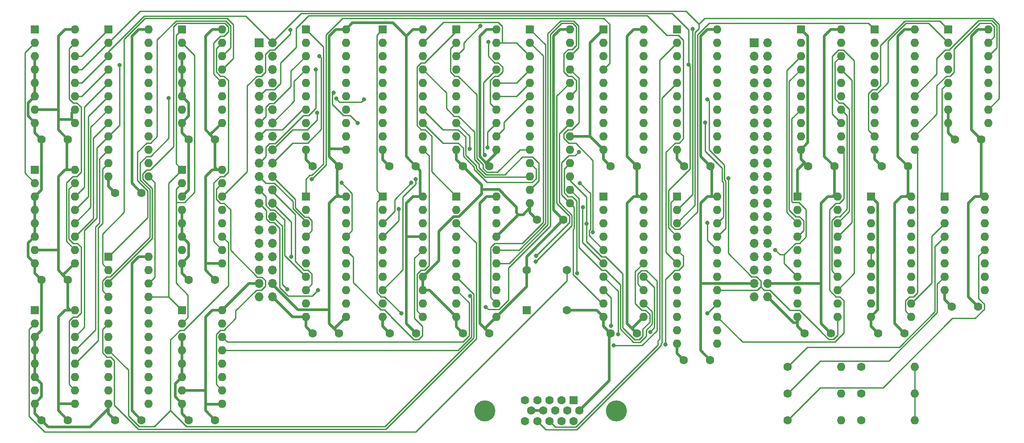
<source format=gbr>
%TF.GenerationSoftware,KiCad,Pcbnew,(5.1.8)-1*%
%TF.CreationDate,2020-12-28T18:02:53+00:00*%
%TF.ProjectId,vga-board,7667612d-626f-4617-9264-2e6b69636164,rev?*%
%TF.SameCoordinates,Original*%
%TF.FileFunction,Copper,L2,Bot*%
%TF.FilePolarity,Positive*%
%FSLAX46Y46*%
G04 Gerber Fmt 4.6, Leading zero omitted, Abs format (unit mm)*
G04 Created by KiCad (PCBNEW (5.1.8)-1) date 2020-12-28 18:02:53*
%MOMM*%
%LPD*%
G01*
G04 APERTURE LIST*
%TA.AperFunction,ComponentPad*%
%ADD10O,1.600000X1.600000*%
%TD*%
%TA.AperFunction,ComponentPad*%
%ADD11R,1.600000X1.600000*%
%TD*%
%TA.AperFunction,ComponentPad*%
%ADD12C,1.600000*%
%TD*%
%TA.AperFunction,ComponentPad*%
%ADD13O,1.700000X1.700000*%
%TD*%
%TA.AperFunction,ComponentPad*%
%ADD14R,1.700000X1.700000*%
%TD*%
%TA.AperFunction,ComponentPad*%
%ADD15C,4.000000*%
%TD*%
%TA.AperFunction,ViaPad*%
%ADD16C,0.800000*%
%TD*%
%TA.AperFunction,Conductor*%
%ADD17C,0.500000*%
%TD*%
%TA.AperFunction,Conductor*%
%ADD18C,0.250000*%
%TD*%
G04 APERTURE END LIST*
D10*
%TO.P,U23,16*%
%TO.N,+5V*%
X213995000Y-120015000D03*
%TO.P,U23,8*%
%TO.N,GND*%
X206375000Y-137795000D03*
%TO.P,U23,15*%
%TO.N,BLANK_OUT*%
X213995000Y-122555000D03*
%TO.P,U23,7*%
%TO.N,Net-(R3-Pad1)*%
X206375000Y-135255000D03*
%TO.P,U23,14*%
%TO.N,FG_B*%
X213995000Y-125095000D03*
%TO.P,U23,6*%
%TO.N,BG_G*%
X206375000Y-132715000D03*
%TO.P,U23,13*%
%TO.N,BG_B*%
X213995000Y-127635000D03*
%TO.P,U23,5*%
%TO.N,FG_B*%
X206375000Y-130175000D03*
%TO.P,U23,12*%
%TO.N,Net-(R5-Pad1)*%
X213995000Y-130175000D03*
%TO.P,U23,4*%
%TO.N,Net-(R1-Pad1)*%
X206375000Y-127635000D03*
%TO.P,U23,11*%
%TO.N,FG_I*%
X213995000Y-132715000D03*
%TO.P,U23,3*%
%TO.N,BG_R*%
X206375000Y-125095000D03*
%TO.P,U23,10*%
%TO.N,BG_I*%
X213995000Y-135255000D03*
%TO.P,U23,2*%
%TO.N,FG_R*%
X206375000Y-122555000D03*
%TO.P,U23,9*%
%TO.N,Net-(R2-Pad2)*%
X213995000Y-137795000D03*
D11*
%TO.P,U23,1*%
%TO.N,PIXEL*%
X206375000Y-120015000D03*
%TD*%
D12*
%TO.P,C23,2*%
%TO.N,+5V*%
X119935000Y-146050000D03*
%TO.P,C23,1*%
%TO.N,GND*%
X114935000Y-146050000D03*
%TD*%
%TO.P,C25,2*%
%TO.N,+5V*%
X184785000Y-146050000D03*
%TO.P,C25,1*%
%TO.N,GND*%
X179785000Y-146050000D03*
%TD*%
%TO.P,C24,2*%
%TO.N,+5V*%
X161925000Y-114300000D03*
%TO.P,C24,1*%
%TO.N,GND*%
X156925000Y-114300000D03*
%TD*%
%TO.P,C22,2*%
%TO.N,+5V*%
X147955000Y-146050000D03*
%TO.P,C22,1*%
%TO.N,GND*%
X142955000Y-146050000D03*
%TD*%
%TO.P,C21,2*%
%TO.N,+5V*%
X161845000Y-151130000D03*
%TO.P,C21,1*%
%TO.N,GND*%
X156845000Y-151130000D03*
%TD*%
%TO.P,C20,2*%
%TO.N,+5V*%
X106045000Y-146050000D03*
%TO.P,C20,1*%
%TO.N,GND*%
X101045000Y-146050000D03*
%TD*%
%TO.P,C19,2*%
%TO.N,+5V*%
X198755000Y-146050000D03*
%TO.P,C19,1*%
%TO.N,GND*%
X193755000Y-146050000D03*
%TD*%
%TO.P,C18,2*%
%TO.N,+5V*%
X133985000Y-124460000D03*
%TO.P,C18,1*%
%TO.N,GND*%
X128985000Y-124460000D03*
%TD*%
%TO.P,C17,2*%
%TO.N,+5V*%
X67865000Y-109220000D03*
%TO.P,C17,1*%
%TO.N,GND*%
X62865000Y-109220000D03*
%TD*%
%TO.P,C16,2*%
%TO.N,+5V*%
X185420000Y-114300000D03*
%TO.P,C16,1*%
%TO.N,GND*%
X180420000Y-114300000D03*
%TD*%
%TO.P,C15,2*%
%TO.N,+5V*%
X147955000Y-114300000D03*
%TO.P,C15,1*%
%TO.N,GND*%
X142955000Y-114300000D03*
%TD*%
%TO.P,C14,2*%
%TO.N,+5V*%
X39925000Y-109220000D03*
%TO.P,C14,1*%
%TO.N,GND*%
X34925000Y-109220000D03*
%TD*%
%TO.P,C13,2*%
%TO.N,+5V*%
X213280000Y-109220000D03*
%TO.P,C13,1*%
%TO.N,GND*%
X208280000Y-109220000D03*
%TD*%
%TO.P,C12,2*%
%TO.N,+5V*%
X67865000Y-135890000D03*
%TO.P,C12,1*%
%TO.N,GND*%
X62865000Y-135890000D03*
%TD*%
%TO.P,C11,2*%
%TO.N,+5V*%
X199390000Y-114300000D03*
%TO.P,C11,1*%
%TO.N,GND*%
X194390000Y-114300000D03*
%TD*%
%TO.P,C10,2*%
%TO.N,+5V*%
X91360000Y-146050000D03*
%TO.P,C10,1*%
%TO.N,GND*%
X86360000Y-146050000D03*
%TD*%
%TO.P,C9,2*%
%TO.N,+5V*%
X212725000Y-140970000D03*
%TO.P,C9,1*%
%TO.N,GND*%
X207725000Y-140970000D03*
%TD*%
%TO.P,C8,2*%
%TO.N,+5V*%
X105965000Y-114300000D03*
%TO.P,C8,1*%
%TO.N,GND*%
X100965000Y-114300000D03*
%TD*%
%TO.P,C7,2*%
%TO.N,+5V*%
X67865000Y-162560000D03*
%TO.P,C7,1*%
%TO.N,GND*%
X62865000Y-162560000D03*
%TD*%
%TO.P,C6,2*%
%TO.N,+5V*%
X53895000Y-119380000D03*
%TO.P,C6,1*%
%TO.N,GND*%
X48895000Y-119380000D03*
%TD*%
%TO.P,C5,2*%
%TO.N,+5V*%
X91360000Y-114300000D03*
%TO.P,C5,1*%
%TO.N,GND*%
X86360000Y-114300000D03*
%TD*%
%TO.P,C4,2*%
%TO.N,+5V*%
X39925000Y-162560000D03*
%TO.P,C4,1*%
%TO.N,GND*%
X34925000Y-162560000D03*
%TD*%
%TO.P,C3,2*%
%TO.N,+5V*%
X53895000Y-162560000D03*
%TO.P,C3,1*%
%TO.N,GND*%
X48895000Y-162560000D03*
%TD*%
%TO.P,C2,2*%
%TO.N,+5V*%
X39925000Y-135890000D03*
%TO.P,C2,1*%
%TO.N,GND*%
X34925000Y-135890000D03*
%TD*%
%TO.P,C1,2*%
%TO.N,+5V*%
X119935000Y-114300000D03*
%TO.P,C1,1*%
%TO.N,GND*%
X114935000Y-114300000D03*
%TD*%
D13*
%TO.P,J2,40*%
%TO.N,GND*%
X172720000Y-139065000D03*
%TO.P,J2,39*%
X170180000Y-139065000D03*
%TO.P,J2,38*%
%TO.N,+5V*%
X172720000Y-136525000D03*
%TO.P,J2,37*%
X170180000Y-136525000D03*
%TO.P,J2,36*%
%TO.N,Net-(J2-Pad36)*%
X172720000Y-133985000D03*
%TO.P,J2,35*%
%TO.N,Net-(J2-Pad35)*%
X170180000Y-133985000D03*
%TO.P,J2,34*%
%TO.N,Net-(J2-Pad34)*%
X172720000Y-131445000D03*
%TO.P,J2,33*%
%TO.N,Net-(J2-Pad33)*%
X170180000Y-131445000D03*
%TO.P,J2,32*%
%TO.N,Net-(J2-Pad32)*%
X172720000Y-128905000D03*
%TO.P,J2,31*%
%TO.N,Net-(J2-Pad31)*%
X170180000Y-128905000D03*
%TO.P,J2,30*%
%TO.N,Net-(J2-Pad30)*%
X172720000Y-126365000D03*
%TO.P,J2,29*%
%TO.N,Net-(J2-Pad29)*%
X170180000Y-126365000D03*
%TO.P,J2,28*%
%TO.N,Net-(J2-Pad28)*%
X172720000Y-123825000D03*
%TO.P,J2,27*%
%TO.N,Net-(J2-Pad27)*%
X170180000Y-123825000D03*
%TO.P,J2,26*%
%TO.N,Net-(J2-Pad26)*%
X172720000Y-121285000D03*
%TO.P,J2,25*%
%TO.N,Net-(J2-Pad25)*%
X170180000Y-121285000D03*
%TO.P,J2,24*%
%TO.N,Net-(J2-Pad24)*%
X172720000Y-118745000D03*
%TO.P,J2,23*%
%TO.N,Net-(J2-Pad23)*%
X170180000Y-118745000D03*
%TO.P,J2,22*%
%TO.N,Net-(J2-Pad22)*%
X172720000Y-116205000D03*
%TO.P,J2,21*%
%TO.N,Net-(J2-Pad21)*%
X170180000Y-116205000D03*
%TO.P,J2,20*%
%TO.N,Net-(J2-Pad20)*%
X172720000Y-113665000D03*
%TO.P,J2,19*%
%TO.N,Net-(J2-Pad19)*%
X170180000Y-113665000D03*
%TO.P,J2,18*%
%TO.N,Net-(J2-Pad18)*%
X172720000Y-111125000D03*
%TO.P,J2,17*%
%TO.N,Net-(J2-Pad17)*%
X170180000Y-111125000D03*
%TO.P,J2,16*%
%TO.N,Net-(J2-Pad16)*%
X172720000Y-108585000D03*
%TO.P,J2,15*%
%TO.N,Net-(J2-Pad15)*%
X170180000Y-108585000D03*
%TO.P,J2,14*%
%TO.N,Net-(J2-Pad14)*%
X172720000Y-106045000D03*
%TO.P,J2,13*%
%TO.N,Net-(J2-Pad13)*%
X170180000Y-106045000D03*
%TO.P,J2,12*%
%TO.N,Net-(J2-Pad12)*%
X172720000Y-103505000D03*
%TO.P,J2,11*%
%TO.N,Net-(J2-Pad11)*%
X170180000Y-103505000D03*
%TO.P,J2,10*%
%TO.N,Net-(J2-Pad10)*%
X172720000Y-100965000D03*
%TO.P,J2,9*%
%TO.N,Net-(J2-Pad9)*%
X170180000Y-100965000D03*
%TO.P,J2,8*%
%TO.N,Net-(J2-Pad8)*%
X172720000Y-98425000D03*
%TO.P,J2,7*%
%TO.N,Net-(J2-Pad7)*%
X170180000Y-98425000D03*
%TO.P,J2,6*%
%TO.N,Net-(J2-Pad6)*%
X172720000Y-95885000D03*
%TO.P,J2,5*%
%TO.N,Net-(J2-Pad5)*%
X170180000Y-95885000D03*
%TO.P,J2,4*%
%TO.N,Net-(J2-Pad4)*%
X172720000Y-93345000D03*
%TO.P,J2,3*%
%TO.N,Net-(J2-Pad3)*%
X170180000Y-93345000D03*
%TO.P,J2,2*%
%TO.N,Net-(J2-Pad2)*%
X172720000Y-90805000D03*
D14*
%TO.P,J2,1*%
%TO.N,Net-(J2-Pad1)*%
X170180000Y-90805000D03*
%TD*%
D13*
%TO.P,J1,40*%
%TO.N,GND*%
X78740000Y-139065000D03*
%TO.P,J1,39*%
X76200000Y-139065000D03*
%TO.P,J1,38*%
%TO.N,+5V*%
X78740000Y-136525000D03*
%TO.P,J1,37*%
X76200000Y-136525000D03*
%TO.P,J1,36*%
%TO.N,D7*%
X78740000Y-133985000D03*
%TO.P,J1,35*%
%TO.N,D6*%
X76200000Y-133985000D03*
%TO.P,J1,34*%
%TO.N,D5*%
X78740000Y-131445000D03*
%TO.P,J1,33*%
%TO.N,D4*%
X76200000Y-131445000D03*
%TO.P,J1,32*%
%TO.N,D3*%
X78740000Y-128905000D03*
%TO.P,J1,31*%
%TO.N,D2*%
X76200000Y-128905000D03*
%TO.P,J1,30*%
%TO.N,D1*%
X78740000Y-126365000D03*
%TO.P,J1,29*%
%TO.N,D0*%
X76200000Y-126365000D03*
%TO.P,J1,28*%
%TO.N,A15*%
X78740000Y-123825000D03*
%TO.P,J1,27*%
%TO.N,A14*%
X76200000Y-123825000D03*
%TO.P,J1,26*%
%TO.N,A13*%
X78740000Y-121285000D03*
%TO.P,J1,25*%
%TO.N,A12*%
X76200000Y-121285000D03*
%TO.P,J1,24*%
%TO.N,A11*%
X78740000Y-118745000D03*
%TO.P,J1,23*%
%TO.N,A10*%
X76200000Y-118745000D03*
%TO.P,J1,22*%
%TO.N,A9*%
X78740000Y-116205000D03*
%TO.P,J1,21*%
%TO.N,A8*%
X76200000Y-116205000D03*
%TO.P,J1,20*%
%TO.N,A7*%
X78740000Y-113665000D03*
%TO.P,J1,19*%
%TO.N,A6*%
X76200000Y-113665000D03*
%TO.P,J1,18*%
%TO.N,A5*%
X78740000Y-111125000D03*
%TO.P,J1,17*%
%TO.N,A4*%
X76200000Y-111125000D03*
%TO.P,J1,16*%
%TO.N,A3*%
X78740000Y-108585000D03*
%TO.P,J1,15*%
%TO.N,A2*%
X76200000Y-108585000D03*
%TO.P,J1,14*%
%TO.N,A1*%
X78740000Y-106045000D03*
%TO.P,J1,13*%
%TO.N,A0*%
X76200000Y-106045000D03*
%TO.P,J1,12*%
%TO.N,!P_SELECT*%
X78740000Y-103505000D03*
%TO.P,J1,11*%
%TO.N,RDY*%
X76200000Y-103505000D03*
%TO.P,J1,10*%
%TO.N,!RESET*%
X78740000Y-100965000D03*
%TO.P,J1,9*%
%TO.N,R!W*%
X76200000Y-100965000D03*
%TO.P,J1,8*%
%TO.N,!WRITE*%
X78740000Y-98425000D03*
%TO.P,J1,7*%
%TO.N,!READ*%
X76200000Y-98425000D03*
%TO.P,J1,6*%
%TO.N,!NMI*%
X78740000Y-95885000D03*
%TO.P,J1,5*%
%TO.N,!IRQ*%
X76200000Y-95885000D03*
%TO.P,J1,4*%
%TO.N,PHI2*%
X78740000Y-93345000D03*
%TO.P,J1,3*%
%TO.N,PHI1*%
X76200000Y-93345000D03*
%TO.P,J1,2*%
%TO.N,CLK*%
X78740000Y-90805000D03*
D14*
%TO.P,J1,1*%
%TO.N,GND*%
X76200000Y-90805000D03*
%TD*%
D12*
%TO.P,X1,4*%
%TO.N,GND*%
X134620000Y-141605000D03*
%TO.P,X1,5*%
%TO.N,VCLK*%
X134620000Y-133985000D03*
%TO.P,X1,8*%
%TO.N,+5V*%
X127000000Y-133985000D03*
D11*
%TO.P,X1,1*%
%TO.N,Net-(X1-Pad1)*%
X127000000Y-141605000D03*
%TD*%
D10*
%TO.P,U25,20*%
%TO.N,+5V*%
X163195000Y-88265000D03*
%TO.P,U25,10*%
%TO.N,GND*%
X155575000Y-111125000D03*
%TO.P,U25,19*%
%TO.N,Net-(U25-Pad19)*%
X163195000Y-90805000D03*
%TO.P,U25,9*%
%TO.N,Net-(U25-Pad9)*%
X155575000Y-108585000D03*
%TO.P,U25,18*%
%TO.N,Net-(U25-Pad18)*%
X163195000Y-93345000D03*
%TO.P,U25,8*%
%TO.N,Net-(U25-Pad8)*%
X155575000Y-106045000D03*
%TO.P,U25,17*%
%TO.N,Net-(U25-Pad17)*%
X163195000Y-95885000D03*
%TO.P,U25,7*%
%TO.N,Net-(U24-Pad6)*%
X155575000Y-103505000D03*
%TO.P,U25,16*%
%TO.N,Net-(U25-Pad16)*%
X163195000Y-98425000D03*
%TO.P,U25,6*%
%TO.N,BLANK_OUT*%
X155575000Y-100965000D03*
%TO.P,U25,15*%
%TO.N,Net-(U25-Pad15)*%
X163195000Y-100965000D03*
%TO.P,U25,5*%
%TO.N,VSYNC_OUT*%
X155575000Y-98425000D03*
%TO.P,U25,14*%
%TO.N,Net-(U25-Pad14)*%
X163195000Y-103505000D03*
%TO.P,U25,4*%
%TO.N,Net-(U24-Pad5)*%
X155575000Y-95885000D03*
%TO.P,U25,13*%
%TO.N,Net-(U25-Pad13)*%
X163195000Y-106045000D03*
%TO.P,U25,3*%
%TO.N,Net-(U24-Pad2)*%
X155575000Y-93345000D03*
%TO.P,U25,12*%
%TO.N,Net-(U25-Pad12)*%
X163195000Y-108585000D03*
%TO.P,U25,2*%
%TO.N,HSYNC_OUT*%
X155575000Y-90805000D03*
%TO.P,U25,11*%
%TO.N,RELATCH*%
X163195000Y-111125000D03*
D11*
%TO.P,U25,1*%
%TO.N,GND*%
X155575000Y-88265000D03*
%TD*%
D10*
%TO.P,U24,20*%
%TO.N,+5V*%
X149225000Y-88265000D03*
%TO.P,U24,10*%
%TO.N,GND*%
X141605000Y-111125000D03*
%TO.P,U24,19*%
%TO.N,Net-(U24-Pad19)*%
X149225000Y-90805000D03*
%TO.P,U24,9*%
%TO.N,Net-(U24-Pad9)*%
X141605000Y-108585000D03*
%TO.P,U24,18*%
%TO.N,Net-(U24-Pad18)*%
X149225000Y-93345000D03*
%TO.P,U24,8*%
%TO.N,Net-(U24-Pad8)*%
X141605000Y-106045000D03*
%TO.P,U24,17*%
%TO.N,Net-(U24-Pad17)*%
X149225000Y-95885000D03*
%TO.P,U24,7*%
%TO.N,BLANK*%
X141605000Y-103505000D03*
%TO.P,U24,16*%
%TO.N,Net-(U24-Pad16)*%
X149225000Y-98425000D03*
%TO.P,U24,6*%
%TO.N,Net-(U24-Pad6)*%
X141605000Y-100965000D03*
%TO.P,U24,15*%
%TO.N,Net-(U24-Pad15)*%
X149225000Y-100965000D03*
%TO.P,U24,5*%
%TO.N,Net-(U24-Pad5)*%
X141605000Y-98425000D03*
%TO.P,U24,14*%
%TO.N,Net-(U24-Pad14)*%
X149225000Y-103505000D03*
%TO.P,U24,4*%
%TO.N,VSYNC*%
X141605000Y-95885000D03*
%TO.P,U24,13*%
%TO.N,Net-(U24-Pad13)*%
X149225000Y-106045000D03*
%TO.P,U24,3*%
%TO.N,HSYNC*%
X141605000Y-93345000D03*
%TO.P,U24,12*%
%TO.N,Net-(U24-Pad12)*%
X149225000Y-108585000D03*
%TO.P,U24,2*%
%TO.N,Net-(U24-Pad2)*%
X141605000Y-90805000D03*
%TO.P,U24,11*%
%TO.N,COLOR_LATCH*%
X149225000Y-111125000D03*
D11*
%TO.P,U24,1*%
%TO.N,GND*%
X141605000Y-88265000D03*
%TD*%
D10*
%TO.P,U22,20*%
%TO.N,+5V*%
X200025000Y-120015000D03*
%TO.P,U22,10*%
%TO.N,GND*%
X192405000Y-142875000D03*
%TO.P,U22,19*%
%TO.N,BG_I*%
X200025000Y-122555000D03*
%TO.P,U22,9*%
%TO.N,FG_I*%
X192405000Y-140335000D03*
%TO.P,U22,18*%
%TO.N,Net-(U21-Pad19)*%
X200025000Y-125095000D03*
%TO.P,U22,8*%
%TO.N,Net-(U21-Pad9)*%
X192405000Y-137795000D03*
%TO.P,U22,17*%
%TO.N,Net-(U21-Pad16)*%
X200025000Y-127635000D03*
%TO.P,U22,7*%
%TO.N,Net-(U21-Pad6)*%
X192405000Y-135255000D03*
%TO.P,U22,16*%
%TO.N,BG_B*%
X200025000Y-130175000D03*
%TO.P,U22,6*%
%TO.N,FG_B*%
X192405000Y-132715000D03*
%TO.P,U22,15*%
%TO.N,BG_G*%
X200025000Y-132715000D03*
%TO.P,U22,5*%
%TO.N,FG_B*%
X192405000Y-130175000D03*
%TO.P,U22,14*%
%TO.N,Net-(U21-Pad15)*%
X200025000Y-135255000D03*
%TO.P,U22,4*%
%TO.N,Net-(U21-Pad5)*%
X192405000Y-127635000D03*
%TO.P,U22,13*%
%TO.N,Net-(U21-Pad12)*%
X200025000Y-137795000D03*
%TO.P,U22,3*%
%TO.N,Net-(U21-Pad2)*%
X192405000Y-125095000D03*
%TO.P,U22,12*%
%TO.N,BG_R*%
X200025000Y-140335000D03*
%TO.P,U22,2*%
%TO.N,FG_R*%
X192405000Y-122555000D03*
%TO.P,U22,11*%
%TO.N,RELATCH*%
X200025000Y-142875000D03*
D11*
%TO.P,U22,1*%
%TO.N,GND*%
X192405000Y-120015000D03*
%TD*%
D10*
%TO.P,U21,20*%
%TO.N,+5V*%
X186055000Y-120015000D03*
%TO.P,U21,10*%
%TO.N,GND*%
X178435000Y-142875000D03*
%TO.P,U21,19*%
%TO.N,Net-(U21-Pad19)*%
X186055000Y-122555000D03*
%TO.P,U21,9*%
%TO.N,Net-(U21-Pad9)*%
X178435000Y-140335000D03*
%TO.P,U21,18*%
%TO.N,VD7*%
X186055000Y-125095000D03*
%TO.P,U21,8*%
%TO.N,VD3*%
X178435000Y-137795000D03*
%TO.P,U21,17*%
%TO.N,VD6*%
X186055000Y-127635000D03*
%TO.P,U21,7*%
%TO.N,VD2*%
X178435000Y-135255000D03*
%TO.P,U21,16*%
%TO.N,Net-(U21-Pad16)*%
X186055000Y-130175000D03*
%TO.P,U21,6*%
%TO.N,Net-(U21-Pad6)*%
X178435000Y-132715000D03*
%TO.P,U21,15*%
%TO.N,Net-(U21-Pad15)*%
X186055000Y-132715000D03*
%TO.P,U21,5*%
%TO.N,Net-(U21-Pad5)*%
X178435000Y-130175000D03*
%TO.P,U21,14*%
%TO.N,VD5*%
X186055000Y-135255000D03*
%TO.P,U21,4*%
%TO.N,VD1*%
X178435000Y-127635000D03*
%TO.P,U21,13*%
%TO.N,VD4*%
X186055000Y-137795000D03*
%TO.P,U21,3*%
%TO.N,VD0*%
X178435000Y-125095000D03*
%TO.P,U21,12*%
%TO.N,Net-(U21-Pad12)*%
X186055000Y-140335000D03*
%TO.P,U21,2*%
%TO.N,Net-(U21-Pad2)*%
X178435000Y-122555000D03*
%TO.P,U21,11*%
%TO.N,COLOR_LATCH*%
X186055000Y-142875000D03*
D11*
%TO.P,U21,1*%
%TO.N,GND*%
X178435000Y-120015000D03*
%TD*%
D10*
%TO.P,U20,16*%
%TO.N,+5V*%
X214630000Y-88265000D03*
%TO.P,U20,8*%
%TO.N,GND*%
X207010000Y-106045000D03*
%TO.P,U20,15*%
%TO.N,Net-(U19-Pad12)*%
X214630000Y-90805000D03*
%TO.P,U20,7*%
%TO.N,GND*%
X207010000Y-103505000D03*
%TO.P,U20,14*%
%TO.N,Net-(U19-Pad15)*%
X214630000Y-93345000D03*
%TO.P,U20,6*%
%TO.N,Net-(U20-Pad6)*%
X207010000Y-100965000D03*
%TO.P,U20,13*%
%TO.N,Net-(U19-Pad16)*%
X214630000Y-95885000D03*
%TO.P,U20,5*%
%TO.N,PIXEL*%
X207010000Y-98425000D03*
%TO.P,U20,12*%
%TO.N,Net-(U19-Pad19)*%
X214630000Y-98425000D03*
%TO.P,U20,4*%
%TO.N,Net-(U19-Pad2)*%
X207010000Y-95885000D03*
%TO.P,U20,11*%
%TO.N,X0*%
X214630000Y-100965000D03*
%TO.P,U20,3*%
%TO.N,Net-(U19-Pad5)*%
X207010000Y-93345000D03*
%TO.P,U20,10*%
%TO.N,X1*%
X214630000Y-103505000D03*
%TO.P,U20,2*%
%TO.N,Net-(U19-Pad6)*%
X207010000Y-90805000D03*
%TO.P,U20,9*%
%TO.N,CLK*%
X214630000Y-106045000D03*
D11*
%TO.P,U20,1*%
%TO.N,Net-(U19-Pad9)*%
X207010000Y-88265000D03*
%TD*%
D10*
%TO.P,U19,20*%
%TO.N,+5V*%
X200660000Y-88265000D03*
%TO.P,U19,10*%
%TO.N,GND*%
X193040000Y-111125000D03*
%TO.P,U19,19*%
%TO.N,Net-(U19-Pad19)*%
X200660000Y-90805000D03*
%TO.P,U19,9*%
%TO.N,Net-(U19-Pad9)*%
X193040000Y-108585000D03*
%TO.P,U19,18*%
%TO.N,Net-(U18-Pad19)*%
X200660000Y-93345000D03*
%TO.P,U19,8*%
%TO.N,Net-(U18-Pad9)*%
X193040000Y-106045000D03*
%TO.P,U19,17*%
%TO.N,Net-(U18-Pad16)*%
X200660000Y-95885000D03*
%TO.P,U19,7*%
%TO.N,Net-(U18-Pad6)*%
X193040000Y-103505000D03*
%TO.P,U19,16*%
%TO.N,Net-(U19-Pad16)*%
X200660000Y-98425000D03*
%TO.P,U19,6*%
%TO.N,Net-(U19-Pad6)*%
X193040000Y-100965000D03*
%TO.P,U19,15*%
%TO.N,Net-(U19-Pad15)*%
X200660000Y-100965000D03*
%TO.P,U19,5*%
%TO.N,Net-(U19-Pad5)*%
X193040000Y-98425000D03*
%TO.P,U19,14*%
%TO.N,Net-(U18-Pad15)*%
X200660000Y-103505000D03*
%TO.P,U19,4*%
%TO.N,Net-(U18-Pad5)*%
X193040000Y-95885000D03*
%TO.P,U19,13*%
%TO.N,Net-(U18-Pad12)*%
X200660000Y-106045000D03*
%TO.P,U19,3*%
%TO.N,Net-(U18-Pad2)*%
X193040000Y-93345000D03*
%TO.P,U19,12*%
%TO.N,Net-(U19-Pad12)*%
X200660000Y-108585000D03*
%TO.P,U19,2*%
%TO.N,Net-(U19-Pad2)*%
X193040000Y-90805000D03*
%TO.P,U19,11*%
%TO.N,RELATCH*%
X200660000Y-111125000D03*
D11*
%TO.P,U19,1*%
%TO.N,VCLK*%
X193040000Y-88265000D03*
%TD*%
D10*
%TO.P,U18,20*%
%TO.N,+5V*%
X186690000Y-88265000D03*
%TO.P,U18,10*%
%TO.N,GND*%
X179070000Y-111125000D03*
%TO.P,U18,19*%
%TO.N,Net-(U18-Pad19)*%
X186690000Y-90805000D03*
%TO.P,U18,9*%
%TO.N,Net-(U18-Pad9)*%
X179070000Y-108585000D03*
%TO.P,U18,18*%
%TO.N,VD7*%
X186690000Y-93345000D03*
%TO.P,U18,8*%
%TO.N,VD3*%
X179070000Y-106045000D03*
%TO.P,U18,17*%
%TO.N,VD6*%
X186690000Y-95885000D03*
%TO.P,U18,7*%
%TO.N,VD2*%
X179070000Y-103505000D03*
%TO.P,U18,16*%
%TO.N,Net-(U18-Pad16)*%
X186690000Y-98425000D03*
%TO.P,U18,6*%
%TO.N,Net-(U18-Pad6)*%
X179070000Y-100965000D03*
%TO.P,U18,15*%
%TO.N,Net-(U18-Pad15)*%
X186690000Y-100965000D03*
%TO.P,U18,5*%
%TO.N,Net-(U18-Pad5)*%
X179070000Y-98425000D03*
%TO.P,U18,14*%
%TO.N,VD5*%
X186690000Y-103505000D03*
%TO.P,U18,4*%
%TO.N,VD1*%
X179070000Y-95885000D03*
%TO.P,U18,13*%
%TO.N,VD4*%
X186690000Y-106045000D03*
%TO.P,U18,3*%
%TO.N,VD0*%
X179070000Y-93345000D03*
%TO.P,U18,12*%
%TO.N,Net-(U18-Pad12)*%
X186690000Y-108585000D03*
%TO.P,U18,2*%
%TO.N,Net-(U18-Pad2)*%
X179070000Y-90805000D03*
%TO.P,U18,11*%
%TO.N,FONT_LATCH*%
X186690000Y-111125000D03*
D11*
%TO.P,U18,1*%
%TO.N,GND*%
X179070000Y-88265000D03*
%TD*%
D10*
%TO.P,U17,20*%
%TO.N,+5V*%
X149225000Y-120015000D03*
%TO.P,U17,10*%
%TO.N,GND*%
X141605000Y-142875000D03*
%TO.P,U17,19*%
%TO.N,Net-(U17-Pad19)*%
X149225000Y-122555000D03*
%TO.P,U17,9*%
%TO.N,VD3*%
X141605000Y-140335000D03*
%TO.P,U17,18*%
%TO.N,Net-(U17-Pad18)*%
X149225000Y-125095000D03*
%TO.P,U17,8*%
%TO.N,D3*%
X141605000Y-137795000D03*
%TO.P,U17,17*%
%TO.N,Net-(U17-Pad17)*%
X149225000Y-127635000D03*
%TO.P,U17,7*%
%TO.N,D2*%
X141605000Y-135255000D03*
%TO.P,U17,16*%
%TO.N,Net-(U17-Pad16)*%
X149225000Y-130175000D03*
%TO.P,U17,6*%
%TO.N,VD2*%
X141605000Y-132715000D03*
%TO.P,U17,15*%
%TO.N,VD5*%
X149225000Y-132715000D03*
%TO.P,U17,5*%
%TO.N,VD1*%
X141605000Y-130175000D03*
%TO.P,U17,14*%
%TO.N,D5*%
X149225000Y-135255000D03*
%TO.P,U17,4*%
%TO.N,D1*%
X141605000Y-127635000D03*
%TO.P,U17,13*%
%TO.N,D4*%
X149225000Y-137795000D03*
%TO.P,U17,3*%
%TO.N,D0*%
X141605000Y-125095000D03*
%TO.P,U17,12*%
%TO.N,VD4*%
X149225000Y-140335000D03*
%TO.P,U17,2*%
%TO.N,VD0*%
X141605000Y-122555000D03*
%TO.P,U17,11*%
%TO.N,+5V*%
X149225000Y-142875000D03*
D11*
%TO.P,U17,1*%
%TO.N,!CPU_MASTER*%
X141605000Y-120015000D03*
%TD*%
D10*
%TO.P,U16,20*%
%TO.N,+5V*%
X92710000Y-120015000D03*
%TO.P,U16,10*%
%TO.N,GND*%
X85090000Y-142875000D03*
%TO.P,U16,19*%
%TO.N,Net-(U16-Pad19)*%
X92710000Y-122555000D03*
%TO.P,U16,9*%
%TO.N,VA11*%
X85090000Y-140335000D03*
%TO.P,U16,18*%
%TO.N,Net-(U16-Pad18)*%
X92710000Y-125095000D03*
%TO.P,U16,8*%
%TO.N,A11*%
X85090000Y-137795000D03*
%TO.P,U16,17*%
%TO.N,A14*%
X92710000Y-127635000D03*
%TO.P,U16,7*%
%TO.N,A10*%
X85090000Y-135255000D03*
%TO.P,U16,16*%
%TO.N,VA14*%
X92710000Y-130175000D03*
%TO.P,U16,6*%
%TO.N,VA10*%
X85090000Y-132715000D03*
%TO.P,U16,15*%
%TO.N,VA13*%
X92710000Y-132715000D03*
%TO.P,U16,5*%
%TO.N,VA9*%
X85090000Y-130175000D03*
%TO.P,U16,14*%
%TO.N,A13*%
X92710000Y-135255000D03*
%TO.P,U16,4*%
%TO.N,A9*%
X85090000Y-127635000D03*
%TO.P,U16,13*%
%TO.N,A12*%
X92710000Y-137795000D03*
%TO.P,U16,3*%
%TO.N,A8*%
X85090000Y-125095000D03*
%TO.P,U16,12*%
%TO.N,VA12*%
X92710000Y-140335000D03*
%TO.P,U16,2*%
%TO.N,VA8*%
X85090000Y-122555000D03*
%TO.P,U16,11*%
%TO.N,+5V*%
X92710000Y-142875000D03*
D11*
%TO.P,U16,1*%
%TO.N,!CPU_MASTER*%
X85090000Y-120015000D03*
%TD*%
D10*
%TO.P,U15,20*%
%TO.N,+5V*%
X92710000Y-88265000D03*
%TO.P,U15,10*%
%TO.N,GND*%
X85090000Y-111125000D03*
%TO.P,U15,19*%
%TO.N,VA7*%
X92710000Y-90805000D03*
%TO.P,U15,9*%
%TO.N,VA3*%
X85090000Y-108585000D03*
%TO.P,U15,18*%
%TO.N,A7*%
X92710000Y-93345000D03*
%TO.P,U15,8*%
%TO.N,A3*%
X85090000Y-106045000D03*
%TO.P,U15,17*%
%TO.N,A6*%
X92710000Y-95885000D03*
%TO.P,U15,7*%
%TO.N,A2*%
X85090000Y-103505000D03*
%TO.P,U15,16*%
%TO.N,VA6*%
X92710000Y-98425000D03*
%TO.P,U15,6*%
%TO.N,VA2*%
X85090000Y-100965000D03*
%TO.P,U15,15*%
%TO.N,VA5*%
X92710000Y-100965000D03*
%TO.P,U15,5*%
%TO.N,VA1*%
X85090000Y-98425000D03*
%TO.P,U15,14*%
%TO.N,A5*%
X92710000Y-103505000D03*
%TO.P,U15,4*%
%TO.N,A1*%
X85090000Y-95885000D03*
%TO.P,U15,13*%
%TO.N,A4*%
X92710000Y-106045000D03*
%TO.P,U15,3*%
%TO.N,A0*%
X85090000Y-93345000D03*
%TO.P,U15,12*%
%TO.N,VA4*%
X92710000Y-108585000D03*
%TO.P,U15,2*%
%TO.N,VA0*%
X85090000Y-90805000D03*
%TO.P,U15,11*%
%TO.N,+5V*%
X92710000Y-111125000D03*
D11*
%TO.P,U15,1*%
%TO.N,!CPU_MASTER*%
X85090000Y-88265000D03*
%TD*%
D10*
%TO.P,U14,20*%
%TO.N,+5V*%
X107315000Y-120015000D03*
%TO.P,U14,10*%
%TO.N,GND*%
X99695000Y-142875000D03*
%TO.P,U14,19*%
%TO.N,Net-(U14-Pad19)*%
X107315000Y-122555000D03*
%TO.P,U14,9*%
%TO.N,VA11*%
X99695000Y-140335000D03*
%TO.P,U14,18*%
%TO.N,Net-(U14-Pad18)*%
X107315000Y-125095000D03*
%TO.P,U14,8*%
%TO.N,VD7*%
X99695000Y-137795000D03*
%TO.P,U14,17*%
%TO.N,+5V*%
X107315000Y-127635000D03*
%TO.P,U14,7*%
%TO.N,VD6*%
X99695000Y-135255000D03*
%TO.P,U14,16*%
%TO.N,VA14*%
X107315000Y-130175000D03*
%TO.P,U14,6*%
%TO.N,VA10*%
X99695000Y-132715000D03*
%TO.P,U14,15*%
%TO.N,VA13*%
X107315000Y-132715000D03*
%TO.P,U14,5*%
%TO.N,VA9*%
X99695000Y-130175000D03*
%TO.P,U14,14*%
%TO.N,GND*%
X107315000Y-135255000D03*
%TO.P,U14,4*%
%TO.N,VD5*%
X99695000Y-127635000D03*
%TO.P,U14,13*%
%TO.N,GND*%
X107315000Y-137795000D03*
%TO.P,U14,3*%
%TO.N,VD4*%
X99695000Y-125095000D03*
%TO.P,U14,12*%
%TO.N,VA12*%
X107315000Y-140335000D03*
%TO.P,U14,2*%
%TO.N,VA8*%
X99695000Y-122555000D03*
%TO.P,U14,11*%
%TO.N,CHAR_LATCH*%
X107315000Y-142875000D03*
D11*
%TO.P,U14,1*%
%TO.N,!FONT_MASTER*%
X99695000Y-120015000D03*
%TD*%
D10*
%TO.P,U13,20*%
%TO.N,+5V*%
X107315000Y-88265000D03*
%TO.P,U13,10*%
%TO.N,GND*%
X99695000Y-111125000D03*
%TO.P,U13,19*%
%TO.N,VA7*%
X107315000Y-90805000D03*
%TO.P,U13,9*%
%TO.N,VA3*%
X99695000Y-108585000D03*
%TO.P,U13,18*%
%TO.N,VD3*%
X107315000Y-93345000D03*
%TO.P,U13,8*%
%TO.N,Y3*%
X99695000Y-106045000D03*
%TO.P,U13,17*%
%TO.N,VD2*%
X107315000Y-95885000D03*
%TO.P,U13,7*%
%TO.N,Y2*%
X99695000Y-103505000D03*
%TO.P,U13,16*%
%TO.N,VA6*%
X107315000Y-98425000D03*
%TO.P,U13,6*%
%TO.N,VA2*%
X99695000Y-100965000D03*
%TO.P,U13,15*%
%TO.N,VA5*%
X107315000Y-100965000D03*
%TO.P,U13,5*%
%TO.N,VA1*%
X99695000Y-98425000D03*
%TO.P,U13,14*%
%TO.N,VD1*%
X107315000Y-103505000D03*
%TO.P,U13,4*%
%TO.N,Y1*%
X99695000Y-95885000D03*
%TO.P,U13,13*%
%TO.N,VD0*%
X107315000Y-106045000D03*
%TO.P,U13,3*%
%TO.N,Y0*%
X99695000Y-93345000D03*
%TO.P,U13,12*%
%TO.N,VA4*%
X107315000Y-108585000D03*
%TO.P,U13,2*%
%TO.N,VA0*%
X99695000Y-90805000D03*
%TO.P,U13,11*%
%TO.N,CHAR_LATCH*%
X107315000Y-111125000D03*
D11*
%TO.P,U13,1*%
%TO.N,!FONT_MASTER*%
X99695000Y-88265000D03*
%TD*%
D10*
%TO.P,U12,20*%
%TO.N,+5V*%
X121285000Y-120015000D03*
%TO.P,U12,10*%
%TO.N,GND*%
X113665000Y-142875000D03*
%TO.P,U12,19*%
%TO.N,Net-(U12-Pad19)*%
X121285000Y-122555000D03*
%TO.P,U12,9*%
%TO.N,VA11*%
X113665000Y-140335000D03*
%TO.P,U12,18*%
%TO.N,Net-(U12-Pad18)*%
X121285000Y-125095000D03*
%TO.P,U12,8*%
%TO.N,Y8*%
X113665000Y-137795000D03*
%TO.P,U12,17*%
%TO.N,GND*%
X121285000Y-127635000D03*
%TO.P,U12,7*%
%TO.N,Y7*%
X113665000Y-135255000D03*
%TO.P,U12,16*%
%TO.N,VA14*%
X121285000Y-130175000D03*
%TO.P,U12,6*%
%TO.N,VA10*%
X113665000Y-132715000D03*
%TO.P,U12,15*%
%TO.N,VA13*%
X121285000Y-132715000D03*
%TO.P,U12,5*%
%TO.N,VA9*%
X113665000Y-130175000D03*
%TO.P,U12,14*%
%TO.N,COLOR*%
X121285000Y-135255000D03*
%TO.P,U12,4*%
%TO.N,Y6*%
X113665000Y-127635000D03*
%TO.P,U12,13*%
%TO.N,Y9*%
X121285000Y-137795000D03*
%TO.P,U12,3*%
%TO.N,Y5*%
X113665000Y-125095000D03*
%TO.P,U12,12*%
%TO.N,VA12*%
X121285000Y-140335000D03*
%TO.P,U12,2*%
%TO.N,VA8*%
X113665000Y-122555000D03*
%TO.P,U12,11*%
%TO.N,+5V*%
X121285000Y-142875000D03*
D11*
%TO.P,U12,1*%
%TO.N,!CC_MASTER*%
X113665000Y-120015000D03*
%TD*%
D10*
%TO.P,U11,20*%
%TO.N,+5V*%
X121285000Y-88265000D03*
%TO.P,U11,10*%
%TO.N,GND*%
X113665000Y-111125000D03*
%TO.P,U11,19*%
%TO.N,VA7*%
X121285000Y-90805000D03*
%TO.P,U11,9*%
%TO.N,VA3*%
X113665000Y-108585000D03*
%TO.P,U11,18*%
%TO.N,Y4*%
X121285000Y-93345000D03*
%TO.P,U11,8*%
%TO.N,X6*%
X113665000Y-106045000D03*
%TO.P,U11,17*%
%TO.N,X9*%
X121285000Y-95885000D03*
%TO.P,U11,7*%
%TO.N,X5*%
X113665000Y-103505000D03*
%TO.P,U11,16*%
%TO.N,VA6*%
X121285000Y-98425000D03*
%TO.P,U11,6*%
%TO.N,VA2*%
X113665000Y-100965000D03*
%TO.P,U11,15*%
%TO.N,VA5*%
X121285000Y-100965000D03*
%TO.P,U11,5*%
%TO.N,VA1*%
X113665000Y-98425000D03*
%TO.P,U11,14*%
%TO.N,X8*%
X121285000Y-103505000D03*
%TO.P,U11,4*%
%TO.N,X4*%
X113665000Y-95885000D03*
%TO.P,U11,13*%
%TO.N,X7*%
X121285000Y-106045000D03*
%TO.P,U11,3*%
%TO.N,X3*%
X113665000Y-93345000D03*
%TO.P,U11,12*%
%TO.N,VA4*%
X121285000Y-108585000D03*
%TO.P,U11,2*%
%TO.N,VA0*%
X113665000Y-90805000D03*
%TO.P,U11,11*%
%TO.N,+5V*%
X121285000Y-111125000D03*
D11*
%TO.P,U11,1*%
%TO.N,!CC_MASTER*%
X113665000Y-88265000D03*
%TD*%
D10*
%TO.P,U10,16*%
%TO.N,+5V*%
X69215000Y-141605000D03*
%TO.P,U10,8*%
%TO.N,GND*%
X61595000Y-159385000D03*
%TO.P,U10,15*%
%TO.N,Net-(U10-Pad15)*%
X69215000Y-144145000D03*
%TO.P,U10,7*%
%TO.N,+5V*%
X61595000Y-156845000D03*
%TO.P,U10,14*%
%TO.N,Y8*%
X69215000Y-146685000D03*
%TO.P,U10,6*%
%TO.N,GND*%
X61595000Y-154305000D03*
%TO.P,U10,13*%
%TO.N,Y9*%
X69215000Y-149225000D03*
%TO.P,U10,5*%
%TO.N,GND*%
X61595000Y-151765000D03*
%TO.P,U10,12*%
%TO.N,Y10*%
X69215000Y-151765000D03*
%TO.P,U10,4*%
%TO.N,GND*%
X61595000Y-149225000D03*
%TO.P,U10,11*%
%TO.N,Net-(U10-Pad11)*%
X69215000Y-154305000D03*
%TO.P,U10,3*%
%TO.N,GND*%
X61595000Y-146685000D03*
%TO.P,U10,10*%
%TO.N,Net-(U10-Pad10)*%
X69215000Y-156845000D03*
%TO.P,U10,2*%
%TO.N,VCLK*%
X61595000Y-144145000D03*
%TO.P,U10,9*%
%TO.N,+5V*%
X69215000Y-159385000D03*
D11*
%TO.P,U10,1*%
%TO.N,!VRST*%
X61595000Y-141605000D03*
%TD*%
D10*
%TO.P,U9,16*%
%TO.N,+5V*%
X69215000Y-114935000D03*
%TO.P,U9,8*%
%TO.N,GND*%
X61595000Y-132715000D03*
%TO.P,U9,15*%
%TO.N,Net-(U10-Pad10)*%
X69215000Y-117475000D03*
%TO.P,U9,7*%
%TO.N,+5V*%
X61595000Y-130175000D03*
%TO.P,U9,14*%
%TO.N,Y4*%
X69215000Y-120015000D03*
%TO.P,U9,6*%
%TO.N,GND*%
X61595000Y-127635000D03*
%TO.P,U9,13*%
%TO.N,Y5*%
X69215000Y-122555000D03*
%TO.P,U9,5*%
%TO.N,GND*%
X61595000Y-125095000D03*
%TO.P,U9,12*%
%TO.N,Y6*%
X69215000Y-125095000D03*
%TO.P,U9,4*%
%TO.N,GND*%
X61595000Y-122555000D03*
%TO.P,U9,11*%
%TO.N,Y7*%
X69215000Y-127635000D03*
%TO.P,U9,3*%
%TO.N,GND*%
X61595000Y-120015000D03*
%TO.P,U9,10*%
%TO.N,Net-(U8-Pad15)*%
X69215000Y-130175000D03*
%TO.P,U9,2*%
%TO.N,VCLK*%
X61595000Y-117475000D03*
%TO.P,U9,9*%
%TO.N,+5V*%
X69215000Y-132715000D03*
D11*
%TO.P,U9,1*%
%TO.N,!VRST*%
X61595000Y-114935000D03*
%TD*%
D10*
%TO.P,U8,16*%
%TO.N,+5V*%
X69215000Y-88265000D03*
%TO.P,U8,8*%
%TO.N,GND*%
X61595000Y-106045000D03*
%TO.P,U8,15*%
%TO.N,Net-(U8-Pad15)*%
X69215000Y-90805000D03*
%TO.P,U8,7*%
%TO.N,+5V*%
X61595000Y-103505000D03*
%TO.P,U8,14*%
%TO.N,Y0*%
X69215000Y-93345000D03*
%TO.P,U8,6*%
%TO.N,GND*%
X61595000Y-100965000D03*
%TO.P,U8,13*%
%TO.N,Y1*%
X69215000Y-95885000D03*
%TO.P,U8,5*%
%TO.N,GND*%
X61595000Y-98425000D03*
%TO.P,U8,12*%
%TO.N,Y2*%
X69215000Y-98425000D03*
%TO.P,U8,4*%
%TO.N,GND*%
X61595000Y-95885000D03*
%TO.P,U8,11*%
%TO.N,Y3*%
X69215000Y-100965000D03*
%TO.P,U8,3*%
%TO.N,GND*%
X61595000Y-93345000D03*
%TO.P,U8,10*%
%TO.N,LINE_INC*%
X69215000Y-103505000D03*
%TO.P,U8,2*%
%TO.N,VCLK*%
X61595000Y-90805000D03*
%TO.P,U8,9*%
%TO.N,+5V*%
X69215000Y-106045000D03*
D11*
%TO.P,U8,1*%
%TO.N,!VRST*%
X61595000Y-88265000D03*
%TD*%
D10*
%TO.P,U7,24*%
%TO.N,+5V*%
X55245000Y-131445000D03*
%TO.P,U7,12*%
%TO.N,GND*%
X47625000Y-159385000D03*
%TO.P,U7,23*%
%TO.N,VSYNC*%
X55245000Y-133985000D03*
%TO.P,U7,11*%
%TO.N,Y10*%
X47625000Y-156845000D03*
%TO.P,U7,22*%
%TO.N,VBLANK*%
X55245000Y-136525000D03*
%TO.P,U7,10*%
%TO.N,Y9*%
X47625000Y-154305000D03*
%TO.P,U7,21*%
%TO.N,!VRST*%
X55245000Y-139065000D03*
%TO.P,U7,9*%
%TO.N,Y8*%
X47625000Y-151765000D03*
%TO.P,U7,20*%
%TO.N,Net-(U7-Pad20)*%
X55245000Y-141605000D03*
%TO.P,U7,8*%
%TO.N,Y7*%
X47625000Y-149225000D03*
%TO.P,U7,19*%
%TO.N,Net-(U7-Pad19)*%
X55245000Y-144145000D03*
%TO.P,U7,7*%
%TO.N,Y6*%
X47625000Y-146685000D03*
%TO.P,U7,18*%
%TO.N,Net-(U7-Pad18)*%
X55245000Y-146685000D03*
%TO.P,U7,6*%
%TO.N,Y5*%
X47625000Y-144145000D03*
%TO.P,U7,17*%
%TO.N,Net-(U7-Pad17)*%
X55245000Y-149225000D03*
%TO.P,U7,5*%
%TO.N,Y4*%
X47625000Y-141605000D03*
%TO.P,U7,16*%
%TO.N,Net-(U7-Pad16)*%
X55245000Y-151765000D03*
%TO.P,U7,4*%
%TO.N,Y3*%
X47625000Y-139065000D03*
%TO.P,U7,15*%
%TO.N,Net-(U7-Pad15)*%
X55245000Y-154305000D03*
%TO.P,U7,3*%
%TO.N,Y2*%
X47625000Y-136525000D03*
%TO.P,U7,14*%
%TO.N,Net-(U7-Pad14)*%
X55245000Y-156845000D03*
%TO.P,U7,2*%
%TO.N,Y1*%
X47625000Y-133985000D03*
%TO.P,U7,13*%
%TO.N,Net-(U7-Pad13)*%
X55245000Y-159385000D03*
D11*
%TO.P,U7,1*%
%TO.N,Y0*%
X47625000Y-131445000D03*
%TD*%
D10*
%TO.P,U6,24*%
%TO.N,+5V*%
X163195000Y-120015000D03*
%TO.P,U6,12*%
%TO.N,GND*%
X155575000Y-147955000D03*
%TO.P,U6,23*%
%TO.N,!CPU_MASTER*%
X163195000Y-122555000D03*
%TO.P,U6,11*%
%TO.N,Net-(U6-Pad11)*%
X155575000Y-145415000D03*
%TO.P,U6,22*%
%TO.N,CPU_MASTER*%
X163195000Y-125095000D03*
%TO.P,U6,10*%
%TO.N,Net-(U6-Pad10)*%
X155575000Y-142875000D03*
%TO.P,U6,21*%
%TO.N,!VRAM_WRITE*%
X163195000Y-127635000D03*
%TO.P,U6,9*%
%TO.N,Net-(U6-Pad9)*%
X155575000Y-140335000D03*
%TO.P,U6,20*%
%TO.N,!CC_MASTER*%
X163195000Y-130175000D03*
%TO.P,U6,8*%
%TO.N,Net-(U6-Pad8)*%
X155575000Y-137795000D03*
%TO.P,U6,19*%
%TO.N,COLOR*%
X163195000Y-132715000D03*
%TO.P,U6,7*%
%TO.N,Net-(U6-Pad7)*%
X155575000Y-135255000D03*
%TO.P,U6,18*%
%TO.N,CHAR_LATCH*%
X163195000Y-135255000D03*
%TO.P,U6,6*%
%TO.N,R!W*%
X155575000Y-132715000D03*
%TO.P,U6,17*%
%TO.N,COLOR_LATCH*%
X163195000Y-137795000D03*
%TO.P,U6,5*%
%TO.N,A15*%
X155575000Y-130175000D03*
%TO.P,U6,16*%
%TO.N,!FONT_MASTER*%
X163195000Y-140335000D03*
%TO.P,U6,4*%
%TO.N,CLK*%
X155575000Y-127635000D03*
%TO.P,U6,15*%
%TO.N,FONT_LATCH*%
X163195000Y-142875000D03*
%TO.P,U6,3*%
%TO.N,X1*%
X155575000Y-125095000D03*
%TO.P,U6,14*%
%TO.N,RELATCH*%
X163195000Y-145415000D03*
%TO.P,U6,2*%
%TO.N,X0*%
X155575000Y-122555000D03*
%TO.P,U6,13*%
%TO.N,Net-(U6-Pad13)*%
X163195000Y-147955000D03*
D11*
%TO.P,U6,1*%
%TO.N,VCLK*%
X155575000Y-120015000D03*
%TD*%
D10*
%TO.P,U5,28*%
%TO.N,+5V*%
X135255000Y-88265000D03*
%TO.P,U5,14*%
%TO.N,GND*%
X127635000Y-121285000D03*
%TO.P,U5,27*%
%TO.N,!VRAM_WRITE*%
X135255000Y-90805000D03*
%TO.P,U5,13*%
%TO.N,VD2*%
X127635000Y-118745000D03*
%TO.P,U5,26*%
%TO.N,VA13*%
X135255000Y-93345000D03*
%TO.P,U5,12*%
%TO.N,VD1*%
X127635000Y-116205000D03*
%TO.P,U5,25*%
%TO.N,VA8*%
X135255000Y-95885000D03*
%TO.P,U5,11*%
%TO.N,VD0*%
X127635000Y-113665000D03*
%TO.P,U5,24*%
%TO.N,VA9*%
X135255000Y-98425000D03*
%TO.P,U5,10*%
%TO.N,VA0*%
X127635000Y-111125000D03*
%TO.P,U5,23*%
%TO.N,VA11*%
X135255000Y-100965000D03*
%TO.P,U5,9*%
%TO.N,VA1*%
X127635000Y-108585000D03*
%TO.P,U5,22*%
%TO.N,CPU_MASTER*%
X135255000Y-103505000D03*
%TO.P,U5,8*%
%TO.N,VA2*%
X127635000Y-106045000D03*
%TO.P,U5,21*%
%TO.N,VA10*%
X135255000Y-106045000D03*
%TO.P,U5,7*%
%TO.N,VA3*%
X127635000Y-103505000D03*
%TO.P,U5,20*%
%TO.N,GND*%
X135255000Y-108585000D03*
%TO.P,U5,6*%
%TO.N,VA4*%
X127635000Y-100965000D03*
%TO.P,U5,19*%
%TO.N,VD7*%
X135255000Y-111125000D03*
%TO.P,U5,5*%
%TO.N,VA5*%
X127635000Y-98425000D03*
%TO.P,U5,18*%
%TO.N,VD6*%
X135255000Y-113665000D03*
%TO.P,U5,4*%
%TO.N,VA6*%
X127635000Y-95885000D03*
%TO.P,U5,17*%
%TO.N,VD5*%
X135255000Y-116205000D03*
%TO.P,U5,3*%
%TO.N,VA7*%
X127635000Y-93345000D03*
%TO.P,U5,16*%
%TO.N,VD4*%
X135255000Y-118745000D03*
%TO.P,U5,2*%
%TO.N,VA12*%
X127635000Y-90805000D03*
%TO.P,U5,15*%
%TO.N,VD3*%
X135255000Y-121285000D03*
D11*
%TO.P,U5,1*%
%TO.N,VA14*%
X127635000Y-88265000D03*
%TD*%
D10*
%TO.P,U4,16*%
%TO.N,+5V*%
X41275000Y-141605000D03*
%TO.P,U4,8*%
%TO.N,GND*%
X33655000Y-159385000D03*
%TO.P,U4,15*%
%TO.N,Net-(U4-Pad15)*%
X41275000Y-144145000D03*
%TO.P,U4,7*%
%TO.N,+5V*%
X33655000Y-156845000D03*
%TO.P,U4,14*%
%TO.N,X8*%
X41275000Y-146685000D03*
%TO.P,U4,6*%
%TO.N,GND*%
X33655000Y-154305000D03*
%TO.P,U4,13*%
%TO.N,X9*%
X41275000Y-149225000D03*
%TO.P,U4,5*%
%TO.N,GND*%
X33655000Y-151765000D03*
%TO.P,U4,12*%
%TO.N,X10*%
X41275000Y-151765000D03*
%TO.P,U4,4*%
%TO.N,GND*%
X33655000Y-149225000D03*
%TO.P,U4,11*%
%TO.N,Net-(U4-Pad11)*%
X41275000Y-154305000D03*
%TO.P,U4,3*%
%TO.N,GND*%
X33655000Y-146685000D03*
%TO.P,U4,10*%
%TO.N,Net-(U3-Pad15)*%
X41275000Y-156845000D03*
%TO.P,U4,2*%
%TO.N,VCLK*%
X33655000Y-144145000D03*
%TO.P,U4,9*%
%TO.N,+5V*%
X41275000Y-159385000D03*
D11*
%TO.P,U4,1*%
%TO.N,!HRST*%
X33655000Y-141605000D03*
%TD*%
D10*
%TO.P,U3,16*%
%TO.N,+5V*%
X41275000Y-114935000D03*
%TO.P,U3,8*%
%TO.N,GND*%
X33655000Y-132715000D03*
%TO.P,U3,15*%
%TO.N,Net-(U3-Pad15)*%
X41275000Y-117475000D03*
%TO.P,U3,7*%
%TO.N,+5V*%
X33655000Y-130175000D03*
%TO.P,U3,14*%
%TO.N,X4*%
X41275000Y-120015000D03*
%TO.P,U3,6*%
%TO.N,GND*%
X33655000Y-127635000D03*
%TO.P,U3,13*%
%TO.N,X5*%
X41275000Y-122555000D03*
%TO.P,U3,5*%
%TO.N,GND*%
X33655000Y-125095000D03*
%TO.P,U3,12*%
%TO.N,X6*%
X41275000Y-125095000D03*
%TO.P,U3,4*%
%TO.N,GND*%
X33655000Y-122555000D03*
%TO.P,U3,11*%
%TO.N,X7*%
X41275000Y-127635000D03*
%TO.P,U3,3*%
%TO.N,GND*%
X33655000Y-120015000D03*
%TO.P,U3,10*%
%TO.N,Net-(U2-Pad15)*%
X41275000Y-130175000D03*
%TO.P,U3,2*%
%TO.N,VCLK*%
X33655000Y-117475000D03*
%TO.P,U3,9*%
%TO.N,+5V*%
X41275000Y-132715000D03*
D11*
%TO.P,U3,1*%
%TO.N,!HRST*%
X33655000Y-114935000D03*
%TD*%
D10*
%TO.P,U2,16*%
%TO.N,+5V*%
X41275000Y-88265000D03*
%TO.P,U2,8*%
%TO.N,GND*%
X33655000Y-106045000D03*
%TO.P,U2,15*%
%TO.N,Net-(U2-Pad15)*%
X41275000Y-90805000D03*
%TO.P,U2,7*%
%TO.N,+5V*%
X33655000Y-103505000D03*
%TO.P,U2,14*%
%TO.N,X0*%
X41275000Y-93345000D03*
%TO.P,U2,6*%
%TO.N,GND*%
X33655000Y-100965000D03*
%TO.P,U2,13*%
%TO.N,X1*%
X41275000Y-95885000D03*
%TO.P,U2,5*%
%TO.N,GND*%
X33655000Y-98425000D03*
%TO.P,U2,12*%
%TO.N,CLK*%
X41275000Y-98425000D03*
%TO.P,U2,4*%
%TO.N,GND*%
X33655000Y-95885000D03*
%TO.P,U2,11*%
%TO.N,X3*%
X41275000Y-100965000D03*
%TO.P,U2,3*%
%TO.N,GND*%
X33655000Y-93345000D03*
%TO.P,U2,10*%
%TO.N,+5V*%
X41275000Y-103505000D03*
%TO.P,U2,2*%
%TO.N,VCLK*%
X33655000Y-90805000D03*
%TO.P,U2,9*%
%TO.N,+5V*%
X41275000Y-106045000D03*
D11*
%TO.P,U2,1*%
%TO.N,!HRST*%
X33655000Y-88265000D03*
%TD*%
D10*
%TO.P,U1,24*%
%TO.N,+5V*%
X55245000Y-88265000D03*
%TO.P,U1,12*%
%TO.N,GND*%
X47625000Y-116205000D03*
%TO.P,U1,23*%
%TO.N,HSYNC*%
X55245000Y-90805000D03*
%TO.P,U1,11*%
%TO.N,X10*%
X47625000Y-113665000D03*
%TO.P,U1,22*%
%TO.N,BLANK*%
X55245000Y-93345000D03*
%TO.P,U1,10*%
%TO.N,X9*%
X47625000Y-111125000D03*
%TO.P,U1,21*%
%TO.N,!HRST*%
X55245000Y-95885000D03*
%TO.P,U1,9*%
%TO.N,X8*%
X47625000Y-108585000D03*
%TO.P,U1,20*%
%TO.N,LINE_INC*%
X55245000Y-98425000D03*
%TO.P,U1,8*%
%TO.N,X7*%
X47625000Y-106045000D03*
%TO.P,U1,19*%
%TO.N,Net-(U1-Pad19)*%
X55245000Y-100965000D03*
%TO.P,U1,7*%
%TO.N,X6*%
X47625000Y-103505000D03*
%TO.P,U1,18*%
%TO.N,Net-(U1-Pad18)*%
X55245000Y-103505000D03*
%TO.P,U1,6*%
%TO.N,X5*%
X47625000Y-100965000D03*
%TO.P,U1,17*%
%TO.N,Net-(U1-Pad17)*%
X55245000Y-106045000D03*
%TO.P,U1,5*%
%TO.N,X4*%
X47625000Y-98425000D03*
%TO.P,U1,16*%
%TO.N,Net-(U1-Pad16)*%
X55245000Y-108585000D03*
%TO.P,U1,4*%
%TO.N,X3*%
X47625000Y-95885000D03*
%TO.P,U1,15*%
%TO.N,Net-(U1-Pad15)*%
X55245000Y-111125000D03*
%TO.P,U1,3*%
%TO.N,CLK*%
X47625000Y-93345000D03*
%TO.P,U1,14*%
%TO.N,Net-(U1-Pad14)*%
X55245000Y-113665000D03*
%TO.P,U1,2*%
%TO.N,X1*%
X47625000Y-90805000D03*
%TO.P,U1,13*%
%TO.N,VBLANK*%
X55245000Y-116205000D03*
D11*
%TO.P,U1,1*%
%TO.N,X0*%
X47625000Y-88265000D03*
%TD*%
D12*
%TO.P,R6,1*%
%TO.N,B*%
X190500000Y-162560000D03*
D10*
%TO.P,R6,2*%
%TO.N,Net-(R2-Pad2)*%
X200660000Y-162560000D03*
%TD*%
%TO.P,R5,2*%
%TO.N,B*%
X186690000Y-162560000D03*
D12*
%TO.P,R5,1*%
%TO.N,Net-(R5-Pad1)*%
X176530000Y-162560000D03*
%TD*%
%TO.P,R4,1*%
%TO.N,G*%
X190500000Y-157480000D03*
D10*
%TO.P,R4,2*%
%TO.N,Net-(R2-Pad2)*%
X200660000Y-157480000D03*
%TD*%
%TO.P,R3,2*%
%TO.N,G*%
X186690000Y-157480000D03*
D12*
%TO.P,R3,1*%
%TO.N,Net-(R3-Pad1)*%
X176530000Y-157480000D03*
%TD*%
%TO.P,R2,1*%
%TO.N,R*%
X190500000Y-152400000D03*
D10*
%TO.P,R2,2*%
%TO.N,Net-(R2-Pad2)*%
X200660000Y-152400000D03*
%TD*%
%TO.P,R1,2*%
%TO.N,R*%
X186690000Y-152400000D03*
D12*
%TO.P,R1,1*%
%TO.N,Net-(R1-Pad1)*%
X176530000Y-152400000D03*
%TD*%
D15*
%TO.P,J3,0*%
%TO.N,N/C*%
X144075000Y-160800000D03*
X119075000Y-160800000D03*
D12*
%TO.P,J3,15*%
%TO.N,Net-(J3-Pad15)*%
X126730000Y-162710000D03*
%TO.P,J3,14*%
%TO.N,VSYNC_OUT*%
X129020000Y-162710000D03*
%TO.P,J3,13*%
%TO.N,HSYNC_OUT*%
X131310000Y-162710000D03*
%TO.P,J3,12*%
%TO.N,Net-(J3-Pad12)*%
X133600000Y-162710000D03*
%TO.P,J3,11*%
%TO.N,Net-(J3-Pad11)*%
X135890000Y-162710000D03*
%TO.P,J3,10*%
%TO.N,GND*%
X127875000Y-160730000D03*
%TO.P,J3,9*%
X130165000Y-160730000D03*
%TO.P,J3,8*%
X132455000Y-160730000D03*
%TO.P,J3,7*%
X134745000Y-160730000D03*
%TO.P,J3,6*%
X137035000Y-160730000D03*
%TO.P,J3,5*%
X126730000Y-158750000D03*
%TO.P,J3,4*%
%TO.N,Net-(J3-Pad4)*%
X129020000Y-158750000D03*
%TO.P,J3,3*%
%TO.N,B*%
X131310000Y-158750000D03*
%TO.P,J3,2*%
%TO.N,G*%
X133600000Y-158750000D03*
D11*
%TO.P,J3,1*%
%TO.N,R*%
X135890000Y-158750000D03*
%TD*%
D16*
%TO.N,VD1*%
X137084200Y-117475000D03*
%TO.N,VD7*%
X105978600Y-116746000D03*
%TO.N,VD6*%
X136595900Y-134597700D03*
%TO.N,VD5*%
X102725300Y-122426400D03*
X138372700Y-125201000D03*
%TO.N,VD4*%
X105063400Y-117471300D03*
%TO.N,VD3*%
X136937600Y-111559400D03*
%TO.N,VD2*%
X137669400Y-122102100D03*
X174178600Y-130175000D03*
%TO.N,A5*%
X87247200Y-104107200D03*
%TO.N,A6*%
X86959400Y-95885000D03*
%TO.N,A7*%
X87694300Y-93345000D03*
%TO.N,A12*%
X87426500Y-137795000D03*
%TO.N,A13*%
X82328200Y-131452400D03*
%TO.N,D3*%
X143049900Y-144636600D03*
%TO.N,D4*%
X143569900Y-148354500D03*
%TO.N,D2*%
X144359100Y-146250600D03*
%TO.N,D5*%
X150442300Y-145795300D03*
%TO.N,A14*%
X91864400Y-117465900D03*
%TO.N,X0*%
X158553100Y-88246100D03*
%TO.N,X3*%
X118244800Y-87643100D03*
%TO.N,X6*%
X116147600Y-111026300D03*
%TO.N,X7*%
X119541100Y-110742400D03*
%TO.N,X8*%
X119726200Y-90656500D03*
X49688500Y-95109400D03*
%TO.N,X9*%
X119057600Y-112208400D03*
%TO.N,Y3*%
X59020500Y-101366900D03*
X94967500Y-106116600D03*
X90386800Y-100309000D03*
%TO.N,Y4*%
X82132100Y-88378300D03*
%TO.N,Y9*%
X116242700Y-138910100D03*
%TO.N,VA2*%
X90847500Y-101462800D03*
X96097200Y-101580100D03*
%TO.N,VA8*%
X139591300Y-126820400D03*
%TO.N,VA9*%
X128774600Y-131311100D03*
%TO.N,VA10*%
X128746100Y-132440000D03*
%TO.N,VA11*%
X119271600Y-141015700D03*
%TO.N,VSYNC*%
X86226100Y-116740600D03*
%TO.N,!CC_MASTER*%
X161332500Y-125091800D03*
%TO.N,!FONT_MASTER*%
X103246300Y-142255500D03*
X161332500Y-142252900D03*
%TO.N,COLOR_LATCH*%
X165274500Y-116564300D03*
%TO.N,!VRAM_WRITE*%
X161332500Y-101557400D03*
%TO.N,CPU_MASTER*%
X160883300Y-105995900D03*
%TO.N,A15*%
X81541500Y-137697300D03*
X153338400Y-148166700D03*
%TO.N,CLK*%
X157799200Y-94964900D03*
%TD*%
D17*
%TO.N,GND*%
X134620000Y-141605000D02*
X140335000Y-141605000D01*
X140335000Y-141605000D02*
X141605000Y-142875000D01*
X118481600Y-118739900D02*
X121783300Y-118739900D01*
X121783300Y-118739900D02*
X122544000Y-119500600D01*
X122544000Y-119500600D02*
X122544000Y-119548000D01*
X122544000Y-119548000D02*
X125046700Y-122050700D01*
X125046700Y-122050700D02*
X125046700Y-123101600D01*
X125046700Y-123101600D02*
X125432600Y-123487400D01*
X47625000Y-160337500D02*
X44149300Y-163813200D01*
X44149300Y-163813200D02*
X36178200Y-163813200D01*
X36178200Y-163813200D02*
X34925000Y-162560000D01*
X47625000Y-160337500D02*
X47625000Y-161290000D01*
X47625000Y-161290000D02*
X48895000Y-162560000D01*
X47625000Y-159385000D02*
X47625000Y-160337500D01*
X78740000Y-139065000D02*
X82550000Y-142875000D01*
X82550000Y-142875000D02*
X85090000Y-142875000D01*
X142955000Y-146050000D02*
X142719600Y-146285400D01*
X142719600Y-146285400D02*
X142719600Y-155045400D01*
X142719600Y-155045400D02*
X137035000Y-160730000D01*
X62865000Y-109220000D02*
X61595000Y-107950000D01*
X61595000Y-107950000D02*
X61595000Y-106045000D01*
X61595000Y-120015000D02*
X62865000Y-118745000D01*
X62865000Y-118745000D02*
X62865000Y-109220000D01*
X33655000Y-122555000D02*
X33655000Y-120015000D01*
X33655000Y-125095000D02*
X33655000Y-122555000D01*
X33655000Y-146685000D02*
X34925000Y-145415000D01*
X34925000Y-145415000D02*
X34925000Y-135890000D01*
X33655000Y-146685000D02*
X33655000Y-149225000D01*
X139065000Y-108585000D02*
X141605000Y-111125000D01*
X135255000Y-108585000D02*
X139065000Y-108585000D01*
X141605000Y-88265000D02*
X139065000Y-90805000D01*
X139065000Y-90805000D02*
X139065000Y-108585000D01*
X118481600Y-118739900D02*
X118481600Y-119521500D01*
X118481600Y-119521500D02*
X114178100Y-123825000D01*
X114178100Y-123825000D02*
X113153400Y-123825000D01*
X113153400Y-123825000D02*
X110347100Y-126631300D01*
X110347100Y-126631300D02*
X110347100Y-132222900D01*
X110347100Y-132222900D02*
X107315000Y-135255000D01*
X114935000Y-114300000D02*
X118481600Y-117846600D01*
X118481600Y-117846600D02*
X118481600Y-118739900D01*
X125432600Y-123487400D02*
X121285000Y-127635000D01*
X127635000Y-122197500D02*
X126345000Y-123487500D01*
X126345000Y-123487500D02*
X125432600Y-123487500D01*
X125432600Y-123487500D02*
X125432600Y-123487400D01*
X113665000Y-111125000D02*
X113665000Y-113030000D01*
X113665000Y-113030000D02*
X114935000Y-114300000D01*
X192405000Y-142875000D02*
X193694600Y-141585400D01*
X193694600Y-141585400D02*
X193694600Y-121304600D01*
X193694600Y-121304600D02*
X192405000Y-120015000D01*
X178435000Y-144038700D02*
X177693700Y-144038700D01*
X177693700Y-144038700D02*
X172720000Y-139065000D01*
X178435000Y-144038700D02*
X178435000Y-144700000D01*
X178435000Y-144700000D02*
X179785000Y-146050000D01*
X178435000Y-142875000D02*
X178435000Y-144038700D01*
X127635000Y-122197500D02*
X127635000Y-123110000D01*
X127635000Y-123110000D02*
X128985000Y-124460000D01*
X127635000Y-121285000D02*
X127635000Y-122197500D01*
X33655000Y-154305000D02*
X33655000Y-151765000D01*
X33655000Y-159385000D02*
X34944600Y-158095400D01*
X34944600Y-158095400D02*
X34944600Y-155594600D01*
X34944600Y-155594600D02*
X33655000Y-154305000D01*
X61595000Y-106045000D02*
X62884600Y-104755400D01*
X62884600Y-104755400D02*
X62884600Y-102254600D01*
X62884600Y-102254600D02*
X61595000Y-100965000D01*
X61595000Y-159385000D02*
X60305400Y-158095400D01*
X60305400Y-158095400D02*
X60305400Y-155594600D01*
X60305400Y-155594600D02*
X61595000Y-154305000D01*
X61595000Y-159385000D02*
X61595000Y-161290000D01*
X61595000Y-161290000D02*
X62865000Y-162560000D01*
X107315000Y-137795000D02*
X107315000Y-135255000D01*
X179070000Y-88265000D02*
X180359600Y-89554600D01*
X180359600Y-89554600D02*
X180359600Y-109835400D01*
X180359600Y-109835400D02*
X179070000Y-111125000D01*
X130165000Y-160730000D02*
X127875000Y-160730000D01*
X107315000Y-137795000D02*
X108585000Y-137795000D01*
X108585000Y-137795000D02*
X113665000Y-142875000D01*
X192405000Y-142875000D02*
X192405000Y-144700000D01*
X192405000Y-144700000D02*
X193755000Y-146050000D01*
X33655000Y-132715000D02*
X33655000Y-134620000D01*
X33655000Y-134620000D02*
X34925000Y-135890000D01*
X193040000Y-111125000D02*
X193040000Y-112950000D01*
X193040000Y-112950000D02*
X194390000Y-114300000D01*
X61595000Y-98425000D02*
X61595000Y-100965000D01*
X33655000Y-159385000D02*
X33655000Y-161290000D01*
X33655000Y-161290000D02*
X34925000Y-162560000D01*
X33655000Y-106045000D02*
X32365400Y-104755400D01*
X32365400Y-104755400D02*
X32365400Y-102254600D01*
X32365400Y-102254600D02*
X33655000Y-100965000D01*
X33655000Y-106045000D02*
X33655000Y-107950000D01*
X33655000Y-107950000D02*
X34925000Y-109220000D01*
X61595000Y-127635000D02*
X62884600Y-128924600D01*
X62884600Y-128924600D02*
X62884600Y-131425400D01*
X62884600Y-131425400D02*
X61595000Y-132715000D01*
X61595000Y-125095000D02*
X61595000Y-127635000D01*
X33655000Y-120015000D02*
X34925000Y-118745000D01*
X34925000Y-118745000D02*
X34925000Y-109220000D01*
X33655000Y-100965000D02*
X33655000Y-98425000D01*
X33655000Y-127635000D02*
X32390800Y-128899200D01*
X32390800Y-128899200D02*
X32390800Y-131450800D01*
X32390800Y-131450800D02*
X33655000Y-132715000D01*
X33655000Y-125095000D02*
X33655000Y-127635000D01*
X207010000Y-106045000D02*
X207010000Y-107950000D01*
X207010000Y-107950000D02*
X208280000Y-109220000D01*
X61595000Y-151765000D02*
X61595000Y-154305000D01*
X61595000Y-149225000D02*
X61595000Y-151765000D01*
X61595000Y-146685000D02*
X61595000Y-149225000D01*
X61595000Y-122555000D02*
X61595000Y-125095000D01*
X61595000Y-95885000D02*
X61595000Y-98425000D01*
X61595000Y-93345000D02*
X61595000Y-95885000D01*
X33655000Y-149225000D02*
X33655000Y-151765000D01*
X33655000Y-95885000D02*
X33655000Y-98425000D01*
X33655000Y-93345000D02*
X33655000Y-95885000D01*
X155575000Y-147955000D02*
X155575000Y-149860000D01*
X155575000Y-149860000D02*
X156845000Y-151130000D01*
X85090000Y-142875000D02*
X85090000Y-144780000D01*
X85090000Y-144780000D02*
X86360000Y-146050000D01*
X207010000Y-106045000D02*
X207010000Y-103505000D01*
X179745000Y-113625000D02*
X178435000Y-114935000D01*
X178435000Y-114935000D02*
X178435000Y-120015000D01*
X179745000Y-113625000D02*
X180420000Y-114300000D01*
X179070000Y-111125000D02*
X179070000Y-112950000D01*
X179070000Y-112950000D02*
X179745000Y-113625000D01*
X61595000Y-132715000D02*
X61595000Y-134620000D01*
X61595000Y-134620000D02*
X62865000Y-135890000D01*
X113665000Y-142875000D02*
X113665000Y-144780000D01*
X113665000Y-144780000D02*
X114935000Y-146050000D01*
X47625000Y-116205000D02*
X47625000Y-118110000D01*
X47625000Y-118110000D02*
X48895000Y-119380000D01*
X85090000Y-111125000D02*
X85090000Y-113030000D01*
X85090000Y-113030000D02*
X86360000Y-114300000D01*
X99695000Y-111125000D02*
X99695000Y-113030000D01*
X99695000Y-113030000D02*
X100965000Y-114300000D01*
X141605000Y-142875000D02*
X141605000Y-144700000D01*
X141605000Y-144700000D02*
X142955000Y-146050000D01*
X206375000Y-137795000D02*
X206375000Y-139620000D01*
X206375000Y-139620000D02*
X207725000Y-140970000D01*
X155575000Y-111125000D02*
X155575000Y-112950000D01*
X155575000Y-112950000D02*
X156925000Y-114300000D01*
X141605000Y-111125000D02*
X141605000Y-112950000D01*
X141605000Y-112950000D02*
X142955000Y-114300000D01*
X99695000Y-142875000D02*
X99695000Y-144700000D01*
X99695000Y-144700000D02*
X101045000Y-146050000D01*
D18*
%TO.N,VD1*%
X137084200Y-117475000D02*
X139098000Y-119488800D01*
X139098000Y-119488800D02*
X139098000Y-126288000D01*
X139098000Y-126288000D02*
X138866000Y-126520000D01*
X138866000Y-126520000D02*
X138866000Y-127436000D01*
X138866000Y-127436000D02*
X141605000Y-130175000D01*
X107315000Y-103505000D02*
X111125000Y-107315000D01*
X111125000Y-107315000D02*
X113988100Y-107315000D01*
X113988100Y-107315000D02*
X115422200Y-108749100D01*
X115422200Y-108749100D02*
X115422200Y-112170700D01*
X115422200Y-112170700D02*
X117496800Y-114245300D01*
X117496800Y-114245300D02*
X117496800Y-114727800D01*
X117496800Y-114727800D02*
X119108100Y-116339100D01*
X119108100Y-116339100D02*
X127500900Y-116339100D01*
X127500900Y-116339100D02*
X127635000Y-116205000D01*
X179070000Y-95885000D02*
X176840400Y-98114600D01*
X176840400Y-98114600D02*
X176840400Y-122581600D01*
X176840400Y-122581600D02*
X178083800Y-123825000D01*
X178083800Y-123825000D02*
X178766800Y-123825000D01*
X178766800Y-123825000D02*
X179565900Y-124624100D01*
X179565900Y-124624100D02*
X179565900Y-126504100D01*
X179565900Y-126504100D02*
X178435000Y-127635000D01*
%TO.N,VD0*%
X107315000Y-106045000D02*
X111125000Y-109855000D01*
X111125000Y-109855000D02*
X113995000Y-109855000D01*
X113995000Y-109855000D02*
X114971900Y-110831900D01*
X114971900Y-110831900D02*
X114971900Y-112357400D01*
X114971900Y-112357400D02*
X117046500Y-114432000D01*
X117046500Y-114432000D02*
X117046500Y-114914400D01*
X117046500Y-114914400D02*
X119501400Y-117369300D01*
X119501400Y-117369300D02*
X128065600Y-117369300D01*
X128065600Y-117369300D02*
X128792200Y-116642700D01*
X128792200Y-116642700D02*
X128792200Y-114822200D01*
X128792200Y-114822200D02*
X127635000Y-113665000D01*
X178435000Y-125095000D02*
X176361500Y-123021500D01*
X176361500Y-123021500D02*
X176361500Y-96053500D01*
X176361500Y-96053500D02*
X179070000Y-93345000D01*
%TO.N,VD7*%
X105978600Y-116746000D02*
X105978600Y-117646500D01*
X105978600Y-117646500D02*
X103525000Y-120100100D01*
X103525000Y-120100100D02*
X103525000Y-133965000D01*
X103525000Y-133965000D02*
X99695000Y-137795000D01*
X186055000Y-125095000D02*
X188276400Y-122873600D01*
X188276400Y-122873600D02*
X188276400Y-103466000D01*
X188276400Y-103466000D02*
X187045400Y-102235000D01*
X187045400Y-102235000D02*
X186304900Y-102235000D01*
X186304900Y-102235000D02*
X185539600Y-101469700D01*
X185539600Y-101469700D02*
X185539600Y-94495400D01*
X185539600Y-94495400D02*
X186690000Y-93345000D01*
%TO.N,VD6*%
X135255000Y-113665000D02*
X134121000Y-114799000D01*
X134121000Y-114799000D02*
X134121000Y-119285700D01*
X134121000Y-119285700D02*
X134850300Y-120015000D01*
X134850300Y-120015000D02*
X135628600Y-120015000D01*
X135628600Y-120015000D02*
X136492900Y-120879300D01*
X136492900Y-120879300D02*
X136492900Y-134494700D01*
X136492900Y-134494700D02*
X136595900Y-134597700D01*
X186055000Y-127635000D02*
X188752000Y-124938000D01*
X188752000Y-124938000D02*
X188752000Y-97947000D01*
X188752000Y-97947000D02*
X186690000Y-95885000D01*
%TO.N,VD5*%
X138404400Y-125201000D02*
X138404400Y-128567700D01*
X138404400Y-128567700D02*
X141281700Y-131445000D01*
X141281700Y-131445000D02*
X142006200Y-131445000D01*
X142006200Y-131445000D02*
X145259900Y-134698700D01*
X145259900Y-134698700D02*
X145259900Y-144969900D01*
X145259900Y-144969900D02*
X147497200Y-147207200D01*
X147497200Y-147207200D02*
X148395500Y-147207200D01*
X148395500Y-147207200D02*
X149080400Y-146522300D01*
X149080400Y-146522300D02*
X149080400Y-145238100D01*
X149080400Y-145238100D02*
X150374300Y-143944200D01*
X150374300Y-143944200D02*
X150374300Y-142431200D01*
X150374300Y-142431200D02*
X149548100Y-141605000D01*
X149548100Y-141605000D02*
X148860000Y-141605000D01*
X148860000Y-141605000D02*
X147638200Y-140383200D01*
X147638200Y-140383200D02*
X147638200Y-134301800D01*
X147638200Y-134301800D02*
X149225000Y-132715000D01*
X135255000Y-116205000D02*
X135255000Y-116995300D01*
X135255000Y-116995300D02*
X138404400Y-120144700D01*
X138404400Y-120144700D02*
X138404400Y-125201000D01*
X138404400Y-125201000D02*
X138372700Y-125201000D01*
X102725300Y-122426400D02*
X102725300Y-124604700D01*
X102725300Y-124604700D02*
X99695000Y-127635000D01*
X186055000Y-135255000D02*
X184929700Y-134129700D01*
X184929700Y-134129700D02*
X184929700Y-124600100D01*
X184929700Y-124600100D02*
X185704800Y-123825000D01*
X185704800Y-123825000D02*
X186442300Y-123825000D01*
X186442300Y-123825000D02*
X187826000Y-122441300D01*
X187826000Y-122441300D02*
X187826000Y-104641000D01*
X187826000Y-104641000D02*
X186690000Y-103505000D01*
%TO.N,VD4*%
X135255000Y-118745000D02*
X136943400Y-120433400D01*
X136943400Y-120433400D02*
X136943400Y-129695600D01*
X136943400Y-129695600D02*
X141232800Y-133985000D01*
X141232800Y-133985000D02*
X141981600Y-133985000D01*
X141981600Y-133985000D02*
X144809500Y-136812900D01*
X144809500Y-136812900D02*
X144809500Y-145234600D01*
X144809500Y-145234600D02*
X147290600Y-147715700D01*
X147290600Y-147715700D02*
X148560300Y-147715700D01*
X148560300Y-147715700D02*
X149713500Y-146562500D01*
X149713500Y-146562500D02*
X149713500Y-145418300D01*
X149713500Y-145418300D02*
X150824700Y-144307100D01*
X150824700Y-144307100D02*
X150824700Y-141934700D01*
X150824700Y-141934700D02*
X149225000Y-140335000D01*
X99695000Y-125095000D02*
X101925600Y-122864400D01*
X101925600Y-122864400D02*
X101925600Y-120609100D01*
X101925600Y-120609100D02*
X105063400Y-117471300D01*
X186055000Y-137795000D02*
X189206200Y-134643800D01*
X189206200Y-134643800D02*
X189206200Y-94259400D01*
X189206200Y-94259400D02*
X187118900Y-92172100D01*
X187118900Y-92172100D02*
X186244100Y-92172100D01*
X186244100Y-92172100D02*
X185038200Y-93378000D01*
X185038200Y-93378000D02*
X185038200Y-104393200D01*
X185038200Y-104393200D02*
X186690000Y-106045000D01*
%TO.N,VD3*%
X135255000Y-121285000D02*
X136042600Y-122072600D01*
X136042600Y-122072600D02*
X136042600Y-126079700D01*
X136042600Y-126079700D02*
X135834000Y-126288300D01*
X135834000Y-126288300D02*
X135834000Y-134861500D01*
X135834000Y-134861500D02*
X141307500Y-140335000D01*
X141307500Y-140335000D02*
X141605000Y-140335000D01*
X135255000Y-121285000D02*
X133670600Y-119700600D01*
X133670600Y-119700600D02*
X133670600Y-113605900D01*
X133670600Y-113605900D02*
X134992100Y-112284400D01*
X134992100Y-112284400D02*
X136212600Y-112284400D01*
X136212600Y-112284400D02*
X136937600Y-111559400D01*
%TO.N,VD2*%
X137669400Y-122102100D02*
X137647400Y-122124100D01*
X137647400Y-122124100D02*
X137647400Y-128757400D01*
X137647400Y-128757400D02*
X141605000Y-132715000D01*
X107315000Y-95885000D02*
X111775400Y-100345400D01*
X111775400Y-100345400D02*
X111775400Y-103283200D01*
X111775400Y-103283200D02*
X113267200Y-104775000D01*
X113267200Y-104775000D02*
X114044700Y-104775000D01*
X114044700Y-104775000D02*
X117084300Y-107814600D01*
X117084300Y-107814600D02*
X117084300Y-113009400D01*
X117084300Y-113009400D02*
X117947100Y-113872200D01*
X117947100Y-113872200D02*
X117947100Y-114541200D01*
X117947100Y-114541200D02*
X119294700Y-115888800D01*
X119294700Y-115888800D02*
X122837800Y-115888800D01*
X122837800Y-115888800D02*
X126187400Y-112539200D01*
X126187400Y-112539200D02*
X128159300Y-112539200D01*
X128159300Y-112539200D02*
X129286200Y-113666100D01*
X129286200Y-113666100D02*
X129286200Y-117093800D01*
X129286200Y-117093800D02*
X127635000Y-118745000D01*
X175895000Y-131075300D02*
X175895000Y-132715000D01*
X175895000Y-132715000D02*
X178435000Y-135255000D01*
X179070000Y-103505000D02*
X177309700Y-105265300D01*
X177309700Y-105265300D02*
X177309700Y-120949800D01*
X177309700Y-120949800D02*
X177500300Y-121140400D01*
X177500300Y-121140400D02*
X178684800Y-121140400D01*
X178684800Y-121140400D02*
X180045300Y-122500900D01*
X180045300Y-122500900D02*
X180045300Y-127680900D01*
X180045300Y-127680900D02*
X178821200Y-128905000D01*
X178821200Y-128905000D02*
X178065300Y-128905000D01*
X178065300Y-128905000D02*
X175895000Y-131075300D01*
X175895000Y-131075300D02*
X175078900Y-131075300D01*
X175078900Y-131075300D02*
X174178600Y-130175000D01*
%TO.N,A2*%
X85090000Y-103505000D02*
X84453200Y-103505000D01*
X84453200Y-103505000D02*
X80643200Y-107315000D01*
X80643200Y-107315000D02*
X77470000Y-107315000D01*
X77470000Y-107315000D02*
X76200000Y-108585000D01*
%TO.N,A5*%
X87247200Y-104107200D02*
X87247200Y-105479900D01*
X87247200Y-105479900D02*
X85412100Y-107315000D01*
X85412100Y-107315000D02*
X82550000Y-107315000D01*
X82550000Y-107315000D02*
X78740000Y-111125000D01*
%TO.N,A1*%
X78740000Y-106045000D02*
X82868500Y-101916500D01*
X82868500Y-101916500D02*
X82868500Y-98106500D01*
X82868500Y-98106500D02*
X85090000Y-95885000D01*
%TO.N,A6*%
X86959400Y-95885000D02*
X86959400Y-103278400D01*
X86959400Y-103278400D02*
X85607500Y-104630300D01*
X85607500Y-104630300D02*
X84597800Y-104630300D01*
X84597800Y-104630300D02*
X79278500Y-109949600D01*
X79278500Y-109949600D02*
X78214400Y-109949600D01*
X78214400Y-109949600D02*
X77470000Y-110694000D01*
X77470000Y-110694000D02*
X77470000Y-112395000D01*
X77470000Y-112395000D02*
X76200000Y-113665000D01*
%TO.N,A0*%
X76200000Y-106045000D02*
X77470000Y-104775000D01*
X77470000Y-104775000D02*
X77470000Y-103074000D01*
X77470000Y-103074000D02*
X78214400Y-102329600D01*
X78214400Y-102329600D02*
X79042600Y-102329600D01*
X79042600Y-102329600D02*
X82253400Y-99118800D01*
X82253400Y-99118800D02*
X82253400Y-96181600D01*
X82253400Y-96181600D02*
X85090000Y-93345000D01*
%TO.N,A7*%
X78740000Y-113665000D02*
X82550000Y-109855000D01*
X82550000Y-109855000D02*
X85423100Y-109855000D01*
X85423100Y-109855000D02*
X87972500Y-107305600D01*
X87972500Y-107305600D02*
X87972500Y-93623200D01*
X87972500Y-93623200D02*
X87694300Y-93345000D01*
%TO.N,A11*%
X85090000Y-137795000D02*
X86216300Y-136668700D01*
X86216300Y-136668700D02*
X86216300Y-134743900D01*
X86216300Y-134743900D02*
X85457400Y-133985000D01*
X85457400Y-133985000D02*
X84707000Y-133985000D01*
X84707000Y-133985000D02*
X83053500Y-132331500D01*
X83053500Y-132331500D02*
X83053500Y-123412200D01*
X83053500Y-123412200D02*
X78740000Y-119098700D01*
X78740000Y-119098700D02*
X78740000Y-118745000D01*
%TO.N,A12*%
X76200000Y-121285000D02*
X77564600Y-122649600D01*
X77564600Y-122649600D02*
X77564600Y-124314400D01*
X77564600Y-124314400D02*
X78250600Y-125000400D01*
X78250600Y-125000400D02*
X79041800Y-125000400D01*
X79041800Y-125000400D02*
X80149300Y-126107900D01*
X80149300Y-126107900D02*
X80149300Y-137344900D01*
X80149300Y-137344900D02*
X81724800Y-138920400D01*
X81724800Y-138920400D02*
X86301100Y-138920400D01*
X86301100Y-138920400D02*
X87426500Y-137795000D01*
%TO.N,A10*%
X76200000Y-118745000D02*
X77470000Y-120015000D01*
X77470000Y-120015000D02*
X77470000Y-121681400D01*
X77470000Y-121681400D02*
X78343600Y-122555000D01*
X78343600Y-122555000D02*
X79136400Y-122555000D01*
X79136400Y-122555000D02*
X81068700Y-124487300D01*
X81068700Y-124487300D02*
X81068700Y-131233700D01*
X81068700Y-131233700D02*
X85090000Y-135255000D01*
%TO.N,A13*%
X78740000Y-121285000D02*
X82328200Y-124873200D01*
X82328200Y-124873200D02*
X82328200Y-131452400D01*
%TO.N,A9*%
X85090000Y-127635000D02*
X86243400Y-126481600D01*
X86243400Y-126481600D02*
X86243400Y-124641000D01*
X86243400Y-124641000D02*
X85521700Y-123919300D01*
X85521700Y-123919300D02*
X84851200Y-123919300D01*
X84851200Y-123919300D02*
X83080400Y-122148500D01*
X83080400Y-122148500D02*
X83080400Y-120545400D01*
X83080400Y-120545400D02*
X78740000Y-116205000D01*
%TO.N,A8*%
X85090000Y-125095000D02*
X85090000Y-124811800D01*
X85090000Y-124811800D02*
X82630100Y-122351900D01*
X82630100Y-122351900D02*
X82630100Y-120968700D01*
X82630100Y-120968700D02*
X79136400Y-117475000D01*
X79136400Y-117475000D02*
X77470000Y-117475000D01*
X77470000Y-117475000D02*
X76200000Y-116205000D01*
%TO.N,D3*%
X141605000Y-137795000D02*
X143049900Y-139239900D01*
X143049900Y-139239900D02*
X143049900Y-144636600D01*
%TO.N,D4*%
X143569900Y-148354500D02*
X148908900Y-148354500D01*
X148908900Y-148354500D02*
X151725300Y-145538100D01*
X151725300Y-145538100D02*
X151725300Y-136086300D01*
X151725300Y-136086300D02*
X149714800Y-134075800D01*
X149714800Y-134075800D02*
X148806700Y-134075800D01*
X148806700Y-134075800D02*
X148099600Y-134782900D01*
X148099600Y-134782900D02*
X148099600Y-136669600D01*
X148099600Y-136669600D02*
X149225000Y-137795000D01*
%TO.N,D2*%
X141605000Y-135255000D02*
X144359100Y-138009100D01*
X144359100Y-138009100D02*
X144359100Y-146250600D01*
%TO.N,D5*%
X149225000Y-135255000D02*
X151275000Y-137305000D01*
X151275000Y-137305000D02*
X151275000Y-144962600D01*
X151275000Y-144962600D02*
X150442300Y-145795300D01*
%TO.N,A14*%
X92710000Y-127635000D02*
X93851200Y-126493800D01*
X93851200Y-126493800D02*
X93851200Y-119452700D01*
X93851200Y-119452700D02*
X91864400Y-117465900D01*
D17*
%TO.N,+5V*%
X119975000Y-146010000D02*
X119062500Y-145097500D01*
X120015000Y-146050000D02*
X119975000Y-146010000D01*
X119935000Y-146050000D02*
X119975000Y-146010000D01*
X91400000Y-146010000D02*
X90467500Y-145077500D01*
X91440000Y-146050000D02*
X91400000Y-146010000D01*
X91360000Y-146050000D02*
X91400000Y-146010000D01*
X119062500Y-145097500D02*
X118110000Y-144145000D01*
X118110000Y-144145000D02*
X118110000Y-121285000D01*
X118110000Y-121285000D02*
X119380000Y-120015000D01*
X119380000Y-120015000D02*
X121285000Y-120015000D01*
X121285000Y-142875000D02*
X119062500Y-145097500D01*
X127000000Y-133985000D02*
X127000000Y-137160000D01*
X127000000Y-137160000D02*
X121285000Y-142875000D01*
X148272500Y-120015000D02*
X147955000Y-119697500D01*
X147955000Y-119697500D02*
X147955000Y-114300000D01*
X148272500Y-120015000D02*
X149225000Y-120015000D01*
X147002500Y-145097500D02*
X146050000Y-144145000D01*
X146050000Y-144145000D02*
X146050000Y-121285000D01*
X146050000Y-121285000D02*
X147320000Y-120015000D01*
X147320000Y-120015000D02*
X148272500Y-120015000D01*
X147955000Y-114300000D02*
X146050000Y-112395000D01*
X146050000Y-112395000D02*
X146050000Y-89535000D01*
X146050000Y-89535000D02*
X147320000Y-88265000D01*
X147320000Y-88265000D02*
X149225000Y-88265000D01*
X133985000Y-124460000D02*
X127000000Y-131445000D01*
X127000000Y-131445000D02*
X127000000Y-133985000D01*
X106778500Y-120015000D02*
X106828900Y-119964600D01*
X106828900Y-119964600D02*
X106828900Y-115163900D01*
X106828900Y-115163900D02*
X105965000Y-114300000D01*
X78740000Y-136525000D02*
X78740000Y-136763000D01*
X78740000Y-136763000D02*
X83562300Y-141585300D01*
X83562300Y-141585300D02*
X89535000Y-141585300D01*
X61595000Y-156845000D02*
X66040000Y-156845000D01*
X91360000Y-114300000D02*
X91014100Y-114645900D01*
X91014100Y-114645900D02*
X91014100Y-119569500D01*
X91014100Y-119569500D02*
X91459600Y-120015000D01*
X160020000Y-136525000D02*
X170180000Y-136525000D01*
X160020000Y-136525000D02*
X160020000Y-121285000D01*
X160020000Y-121285000D02*
X161290000Y-120015000D01*
X161290000Y-120015000D02*
X162187700Y-120015000D01*
X161845000Y-151130000D02*
X160020000Y-149305000D01*
X160020000Y-149305000D02*
X160020000Y-136525000D01*
X76200000Y-136525000D02*
X74295000Y-136525000D01*
X74295000Y-136525000D02*
X69215000Y-141605000D01*
X106778500Y-120015000D02*
X107315000Y-120015000D01*
X104140000Y-127635000D02*
X104140000Y-121285000D01*
X104140000Y-121285000D02*
X105410000Y-120015000D01*
X105410000Y-120015000D02*
X106778500Y-120015000D01*
X89535000Y-141585300D02*
X89535000Y-121285000D01*
X89535000Y-121285000D02*
X90805000Y-120015000D01*
X90805000Y-120015000D02*
X91459600Y-120015000D01*
X90467500Y-145077500D02*
X89535000Y-144145000D01*
X89535000Y-144145000D02*
X89535000Y-141585300D01*
X66040000Y-156845000D02*
X66040000Y-142875000D01*
X66040000Y-142875000D02*
X67310000Y-141605000D01*
X67310000Y-141605000D02*
X69215000Y-141605000D01*
X66040000Y-159480400D02*
X66040000Y-156845000D01*
X182880000Y-136525000D02*
X172720000Y-136525000D01*
X182880000Y-136525000D02*
X182880000Y-121285000D01*
X182880000Y-121285000D02*
X184150000Y-120015000D01*
X184150000Y-120015000D02*
X185102500Y-120015000D01*
X184785000Y-146050000D02*
X182880000Y-144145000D01*
X182880000Y-144145000D02*
X182880000Y-136525000D01*
X185102500Y-120015000D02*
X185420000Y-119697500D01*
X185420000Y-119697500D02*
X185420000Y-114300000D01*
X185102500Y-120015000D02*
X186055000Y-120015000D01*
X89535000Y-110980000D02*
X92565000Y-110980000D01*
X92565000Y-110980000D02*
X92710000Y-111125000D01*
X89535000Y-110980000D02*
X89535000Y-89535000D01*
X89535000Y-89535000D02*
X90805000Y-88265000D01*
X90805000Y-88265000D02*
X92710000Y-88265000D01*
X91360000Y-114300000D02*
X89535000Y-112475000D01*
X89535000Y-112475000D02*
X89535000Y-110980000D01*
X68262500Y-114935000D02*
X67865000Y-114537500D01*
X67865000Y-114537500D02*
X67865000Y-109220000D01*
X68262500Y-114935000D02*
X69215000Y-114935000D01*
X66040000Y-132715000D02*
X66040000Y-116205000D01*
X66040000Y-116205000D02*
X67310000Y-114935000D01*
X67310000Y-114935000D02*
X68262500Y-114935000D01*
X40322500Y-141605000D02*
X39925000Y-141207500D01*
X39925000Y-141207500D02*
X39925000Y-135890000D01*
X40322500Y-141605000D02*
X41275000Y-141605000D01*
X38100000Y-159385000D02*
X38100000Y-142875000D01*
X38100000Y-142875000D02*
X39370000Y-141605000D01*
X39370000Y-141605000D02*
X40322500Y-141605000D01*
X66040000Y-159480400D02*
X69119600Y-159480400D01*
X69119600Y-159480400D02*
X69215000Y-159385000D01*
X67865000Y-162560000D02*
X66040000Y-160735000D01*
X66040000Y-160735000D02*
X66040000Y-159480400D01*
X199072500Y-120015000D02*
X199390000Y-119697500D01*
X199390000Y-119697500D02*
X199390000Y-114300000D01*
X199072500Y-120015000D02*
X200025000Y-120015000D01*
X198755000Y-146050000D02*
X196850000Y-144145000D01*
X196850000Y-144145000D02*
X196850000Y-121285000D01*
X196850000Y-121285000D02*
X198120000Y-120015000D01*
X198120000Y-120015000D02*
X199072500Y-120015000D01*
X199390000Y-114300000D02*
X197485000Y-112395000D01*
X197485000Y-112395000D02*
X197485000Y-89535000D01*
X197485000Y-89535000D02*
X198755000Y-88265000D01*
X198755000Y-88265000D02*
X200660000Y-88265000D01*
X161925000Y-114300000D02*
X160020000Y-112395000D01*
X160020000Y-112395000D02*
X160020000Y-89535000D01*
X160020000Y-89535000D02*
X161290000Y-88265000D01*
X161290000Y-88265000D02*
X163195000Y-88265000D01*
X53895000Y-162560000D02*
X52070000Y-160735000D01*
X52070000Y-160735000D02*
X52070000Y-132715000D01*
X52070000Y-132715000D02*
X53340000Y-131445000D01*
X53340000Y-131445000D02*
X55245000Y-131445000D01*
X39925000Y-162560000D02*
X38100000Y-160735000D01*
X38100000Y-160735000D02*
X38100000Y-159385000D01*
X41275000Y-159385000D02*
X38100000Y-159385000D01*
X39772000Y-114935000D02*
X39772000Y-109373000D01*
X39772000Y-109373000D02*
X39925000Y-109220000D01*
X39772000Y-114935000D02*
X41275000Y-114935000D01*
X38100000Y-130175000D02*
X38100000Y-116205000D01*
X38100000Y-116205000D02*
X39370000Y-114935000D01*
X39370000Y-114935000D02*
X39772000Y-114935000D01*
X133985000Y-124460000D02*
X132080000Y-122555000D01*
X132080000Y-122555000D02*
X132080000Y-89535000D01*
X132080000Y-89535000D02*
X133350000Y-88265000D01*
X133350000Y-88265000D02*
X135255000Y-88265000D01*
X147955000Y-146050000D02*
X147002500Y-145097500D01*
X147002500Y-145097500D02*
X149225000Y-142875000D01*
X105965000Y-114300000D02*
X104140000Y-112475000D01*
X104140000Y-112475000D02*
X104140000Y-89535000D01*
X90467500Y-145077500D02*
X90507500Y-145077500D01*
X90507500Y-145077500D02*
X92710000Y-142875000D01*
X67865000Y-135890000D02*
X66040000Y-134065000D01*
X66040000Y-134065000D02*
X66040000Y-132715000D01*
X69215000Y-132715000D02*
X66040000Y-132715000D01*
X40680000Y-105450000D02*
X41275000Y-106045000D01*
X38100000Y-105450000D02*
X40680000Y-105450000D01*
X40680000Y-105450000D02*
X40680000Y-104100000D01*
X40680000Y-104100000D02*
X41275000Y-103505000D01*
X38100000Y-105450000D02*
X38100000Y-103505000D01*
X39925000Y-109220000D02*
X38100000Y-107395000D01*
X38100000Y-107395000D02*
X38100000Y-105450000D01*
X161925000Y-114300000D02*
X162187700Y-114562700D01*
X162187700Y-114562700D02*
X162187700Y-120015000D01*
X162187700Y-120015000D02*
X163195000Y-120015000D01*
X119358400Y-113723400D02*
X121285000Y-111796800D01*
X121285000Y-111796800D02*
X121285000Y-111125000D01*
X119358400Y-113723400D02*
X118110000Y-112475000D01*
X118110000Y-112475000D02*
X118110000Y-89535000D01*
X118110000Y-89535000D02*
X119380000Y-88265000D01*
X119380000Y-88265000D02*
X121285000Y-88265000D01*
X119935000Y-114300000D02*
X119358400Y-113723400D01*
X39925000Y-135890000D02*
X39012500Y-134977500D01*
X38100000Y-103505000D02*
X38100000Y-89535000D01*
X38100000Y-89535000D02*
X39370000Y-88265000D01*
X39370000Y-88265000D02*
X41275000Y-88265000D01*
X38100000Y-103505000D02*
X33655000Y-103505000D01*
X39012500Y-134977500D02*
X38100000Y-134065000D01*
X38100000Y-134065000D02*
X38100000Y-130175000D01*
X38100000Y-130175000D02*
X33655000Y-130175000D01*
X104140000Y-89535000D02*
X105410000Y-88265000D01*
X105410000Y-88265000D02*
X107315000Y-88265000D01*
X92710000Y-88265000D02*
X93960400Y-87014600D01*
X93960400Y-87014600D02*
X101619600Y-87014600D01*
X101619600Y-87014600D02*
X104140000Y-89535000D01*
X91459600Y-120015000D02*
X92710000Y-120015000D01*
X39012500Y-134977500D02*
X41275000Y-132715000D01*
X53895000Y-119380000D02*
X52070000Y-117555000D01*
X52070000Y-117555000D02*
X52070000Y-89535000D01*
X52070000Y-89535000D02*
X53340000Y-88265000D01*
X53340000Y-88265000D02*
X55245000Y-88265000D01*
X66952500Y-108307500D02*
X69215000Y-106045000D01*
X66952500Y-108307500D02*
X66040000Y-107395000D01*
X66040000Y-107395000D02*
X66040000Y-89535000D01*
X66040000Y-89535000D02*
X67310000Y-88265000D01*
X67310000Y-88265000D02*
X69215000Y-88265000D01*
X67865000Y-109220000D02*
X66952500Y-108307500D01*
X106045000Y-146050000D02*
X104140000Y-144145000D01*
X104140000Y-144145000D02*
X104140000Y-127635000D01*
X104140000Y-127635000D02*
X107315000Y-127635000D01*
X213280000Y-109220000D02*
X211455000Y-107395000D01*
X211455000Y-107395000D02*
X211455000Y-89535000D01*
X211455000Y-89535000D02*
X212725000Y-88265000D01*
X212725000Y-88265000D02*
X214630000Y-88265000D01*
X213042500Y-120015000D02*
X213280000Y-119777500D01*
X213280000Y-119777500D02*
X213280000Y-109220000D01*
X213042500Y-120015000D02*
X213995000Y-120015000D01*
X212725000Y-140970000D02*
X210820000Y-139065000D01*
X210820000Y-139065000D02*
X210820000Y-121285000D01*
X210820000Y-121285000D02*
X212090000Y-120015000D01*
X212090000Y-120015000D02*
X213042500Y-120015000D01*
X185420000Y-114300000D02*
X183515000Y-112395000D01*
X183515000Y-112395000D02*
X183515000Y-89535000D01*
X183515000Y-89535000D02*
X184785000Y-88265000D01*
X184785000Y-88265000D02*
X186690000Y-88265000D01*
D18*
%TO.N,X0*%
X155575000Y-122555000D02*
X158524600Y-119605400D01*
X158524600Y-119605400D02*
X158524600Y-88274600D01*
X158524600Y-88274600D02*
X158553100Y-88246100D01*
X47625000Y-88265000D02*
X42545000Y-93345000D01*
X42545000Y-93345000D02*
X41275000Y-93345000D01*
%TO.N,X1*%
X159728800Y-87301200D02*
X157227000Y-84799400D01*
X157227000Y-84799400D02*
X53630600Y-84799400D01*
X53630600Y-84799400D02*
X47625000Y-90805000D01*
X214630000Y-103505000D02*
X216680000Y-101455000D01*
X216680000Y-101455000D02*
X216680000Y-87387500D01*
X216680000Y-87387500D02*
X215482400Y-86189900D01*
X215482400Y-86189900D02*
X160840100Y-86189900D01*
X160840100Y-86189900D02*
X159728800Y-87301200D01*
X159728800Y-87301200D02*
X159728800Y-88166200D01*
X159728800Y-88166200D02*
X158974900Y-88920100D01*
X158974900Y-88920100D02*
X158974900Y-121695100D01*
X158974900Y-121695100D02*
X155575000Y-125095000D01*
X41275000Y-95885000D02*
X42545000Y-95885000D01*
X42545000Y-95885000D02*
X47625000Y-90805000D01*
%TO.N,X3*%
X113665000Y-93345000D02*
X115079600Y-91930400D01*
X115079600Y-91930400D02*
X115079600Y-90808300D01*
X115079600Y-90808300D02*
X118244800Y-87643100D01*
X47625000Y-95885000D02*
X42545000Y-100965000D01*
X42545000Y-100965000D02*
X41275000Y-100965000D01*
%TO.N,VCLK*%
X33655000Y-144145000D02*
X32526400Y-145273600D01*
X32526400Y-145273600D02*
X32526400Y-161785500D01*
X32526400Y-161785500D02*
X35486500Y-164745600D01*
X35486500Y-164745600D02*
X105937000Y-164745600D01*
X105937000Y-164745600D02*
X134620000Y-136062600D01*
X134620000Y-136062600D02*
X134620000Y-133985000D01*
X155575000Y-120015000D02*
X154414700Y-121175300D01*
X154414700Y-121175300D02*
X154414700Y-125558600D01*
X154414700Y-125558600D02*
X155113000Y-126256900D01*
X155113000Y-126256900D02*
X156069200Y-126256900D01*
X156069200Y-126256900D02*
X159425200Y-122900900D01*
X159425200Y-122900900D02*
X159425200Y-89312200D01*
X159425200Y-89312200D02*
X161612800Y-87124600D01*
X161612800Y-87124600D02*
X191899600Y-87124600D01*
X191899600Y-87124600D02*
X193040000Y-88265000D01*
X60463200Y-121151600D02*
X60463200Y-118606800D01*
X60463200Y-118606800D02*
X61595000Y-117475000D01*
X61595000Y-144145000D02*
X62720400Y-143019600D01*
X62720400Y-143019600D02*
X62720400Y-138747500D01*
X62720400Y-138747500D02*
X60463200Y-136490300D01*
X60463200Y-136490300D02*
X60463200Y-121151600D01*
X61595000Y-90805000D02*
X63990400Y-93200400D01*
X63990400Y-93200400D02*
X63990400Y-119246500D01*
X63990400Y-119246500D02*
X62085300Y-121151600D01*
X62085300Y-121151600D02*
X60463200Y-121151600D01*
X33655000Y-90805000D02*
X31789200Y-92670800D01*
X31789200Y-92670800D02*
X31789200Y-115609200D01*
X31789200Y-115609200D02*
X33655000Y-117475000D01*
%TO.N,X4*%
X47625000Y-98425000D02*
X43033100Y-103016900D01*
X43033100Y-103016900D02*
X43033100Y-118256900D01*
X43033100Y-118256900D02*
X41275000Y-120015000D01*
%TO.N,X5*%
X47625000Y-100965000D02*
X43797600Y-104792400D01*
X43797600Y-104792400D02*
X43797600Y-120032400D01*
X43797600Y-120032400D02*
X41275000Y-122555000D01*
%TO.N,X6*%
X116147600Y-111026300D02*
X116147600Y-108527600D01*
X116147600Y-108527600D02*
X113665000Y-106045000D01*
X47625000Y-103505000D02*
X44248000Y-106882000D01*
X44248000Y-106882000D02*
X44248000Y-122122000D01*
X44248000Y-122122000D02*
X41275000Y-125095000D01*
%TO.N,X7*%
X47625000Y-106045000D02*
X44698400Y-108971600D01*
X44698400Y-108971600D02*
X44698400Y-124211600D01*
X44698400Y-124211600D02*
X41275000Y-127635000D01*
X119541100Y-110742400D02*
X119541100Y-107788900D01*
X119541100Y-107788900D02*
X121285000Y-106045000D01*
%TO.N,X8*%
X119726200Y-90656500D02*
X119726200Y-93426300D01*
X119726200Y-93426300D02*
X120914900Y-94615000D01*
X120914900Y-94615000D02*
X121606700Y-94615000D01*
X121606700Y-94615000D02*
X122437700Y-95446000D01*
X122437700Y-95446000D02*
X122437700Y-96332500D01*
X122437700Y-96332500D02*
X121615200Y-97155000D01*
X121615200Y-97155000D02*
X120892700Y-97155000D01*
X120892700Y-97155000D02*
X120126000Y-97921700D01*
X120126000Y-97921700D02*
X120126000Y-102346000D01*
X120126000Y-102346000D02*
X121285000Y-103505000D01*
X47625000Y-108585000D02*
X49688500Y-106521500D01*
X49688500Y-106521500D02*
X49688500Y-95109400D01*
X41275000Y-146685000D02*
X43060700Y-144899300D01*
X43060700Y-144899300D02*
X43060700Y-126486200D01*
X43060700Y-126486200D02*
X45412300Y-124134600D01*
X45412300Y-124134600D02*
X45412300Y-110797700D01*
X45412300Y-110797700D02*
X47625000Y-108585000D01*
%TO.N,X9*%
X121285000Y-95885000D02*
X118785300Y-98384700D01*
X118785300Y-98384700D02*
X118785300Y-111936100D01*
X118785300Y-111936100D02*
X119057600Y-112208400D01*
X41275000Y-149225000D02*
X45148800Y-145351200D01*
X45148800Y-145351200D02*
X45148800Y-125842500D01*
X45148800Y-125842500D02*
X45917100Y-125074200D01*
X45917100Y-125074200D02*
X45917100Y-112832900D01*
X45917100Y-112832900D02*
X47625000Y-111125000D01*
%TO.N,X10*%
X47625000Y-113665000D02*
X46499700Y-114790300D01*
X46499700Y-114790300D02*
X46499700Y-125128500D01*
X46499700Y-125128500D02*
X45664900Y-125963300D01*
X45664900Y-125963300D02*
X45664900Y-147375100D01*
X45664900Y-147375100D02*
X41275000Y-151765000D01*
%TO.N,Y0*%
X47625000Y-131445000D02*
X55026000Y-124044000D01*
X55026000Y-124044000D02*
X55026000Y-118919400D01*
X55026000Y-118919400D02*
X53149500Y-117042900D01*
X53149500Y-117042900D02*
X53149500Y-111580400D01*
X53149500Y-111580400D02*
X54874900Y-109855000D01*
X54874900Y-109855000D02*
X55622600Y-109855000D01*
X55622600Y-109855000D02*
X56821800Y-108655800D01*
X56821800Y-108655800D02*
X56821800Y-90293300D01*
X56821800Y-90293300D02*
X60437600Y-86677500D01*
X60437600Y-86677500D02*
X69889700Y-86677500D01*
X69889700Y-86677500D02*
X70804900Y-87592700D01*
X70804900Y-87592700D02*
X70804900Y-91755100D01*
X70804900Y-91755100D02*
X69215000Y-93345000D01*
%TO.N,Y1*%
X69215000Y-95885000D02*
X71274200Y-93825800D01*
X71274200Y-93825800D02*
X71274200Y-87336000D01*
X71274200Y-87336000D02*
X70148100Y-86209900D01*
X70148100Y-86209900D02*
X54568600Y-86209900D01*
X54568600Y-86209900D02*
X50611400Y-90167100D01*
X50611400Y-90167100D02*
X50611400Y-123058100D01*
X50611400Y-123058100D02*
X46499600Y-127169900D01*
X46499600Y-127169900D02*
X46499600Y-132859600D01*
X46499600Y-132859600D02*
X47625000Y-133985000D01*
%TO.N,Y2*%
X47625000Y-136525000D02*
X47625000Y-136346300D01*
X47625000Y-136346300D02*
X55926700Y-128044600D01*
X55926700Y-128044600D02*
X55926700Y-118531600D01*
X55926700Y-118531600D02*
X54119600Y-116724500D01*
X54119600Y-116724500D02*
X54119600Y-115732900D01*
X54119600Y-115732900D02*
X54917500Y-114935000D01*
X54917500Y-114935000D02*
X55568600Y-114935000D01*
X55568600Y-114935000D02*
X59954500Y-110549100D01*
X59954500Y-110549100D02*
X59954500Y-87808700D01*
X59954500Y-87808700D02*
X60624500Y-87138700D01*
X60624500Y-87138700D02*
X69712800Y-87138700D01*
X69712800Y-87138700D02*
X70354500Y-87780400D01*
X70354500Y-87780400D02*
X70354500Y-88752700D01*
X70354500Y-88752700D02*
X69572200Y-89535000D01*
X69572200Y-89535000D02*
X68875200Y-89535000D01*
X68875200Y-89535000D02*
X67594400Y-90815800D01*
X67594400Y-90815800D02*
X67594400Y-96804400D01*
X67594400Y-96804400D02*
X69215000Y-98425000D01*
%TO.N,Y3*%
X47625000Y-139065000D02*
X46481800Y-137921800D01*
X46481800Y-137921800D02*
X46481800Y-136073800D01*
X46481800Y-136073800D02*
X47300600Y-135255000D01*
X47300600Y-135255000D02*
X47982000Y-135255000D01*
X47982000Y-135255000D02*
X55476400Y-127760600D01*
X55476400Y-127760600D02*
X55476400Y-118718200D01*
X55476400Y-118718200D02*
X53646100Y-116887900D01*
X53646100Y-116887900D02*
X53646100Y-113623800D01*
X53646100Y-113623800D02*
X54874900Y-112395000D01*
X54874900Y-112395000D02*
X55622600Y-112395000D01*
X55622600Y-112395000D02*
X59020500Y-108997100D01*
X59020500Y-108997100D02*
X59020500Y-101366900D01*
X94967500Y-106116600D02*
X93481300Y-104630400D01*
X93481300Y-104630400D02*
X92216100Y-104630400D01*
X92216100Y-104630400D02*
X90110400Y-102524700D01*
X90110400Y-102524700D02*
X90110400Y-100585400D01*
X90110400Y-100585400D02*
X90386800Y-100309000D01*
%TO.N,Y4*%
X69215000Y-120015000D02*
X73955700Y-115274300D01*
X73955700Y-115274300D02*
X73955700Y-98993400D01*
X73955700Y-98993400D02*
X75794100Y-97155000D01*
X75794100Y-97155000D02*
X76683600Y-97155000D01*
X76683600Y-97155000D02*
X77375400Y-96463200D01*
X77375400Y-96463200D02*
X77375400Y-93018800D01*
X77375400Y-93018800D02*
X78224600Y-92169600D01*
X78224600Y-92169600D02*
X79075800Y-92169600D01*
X79075800Y-92169600D02*
X82132100Y-89113300D01*
X82132100Y-89113300D02*
X82132100Y-88378300D01*
%TO.N,Y5*%
X47625000Y-144145000D02*
X46466800Y-145303200D01*
X46466800Y-145303200D02*
X46466800Y-149674100D01*
X46466800Y-149674100D02*
X47287700Y-150495000D01*
X47287700Y-150495000D02*
X48015500Y-150495000D01*
X48015500Y-150495000D02*
X48750400Y-151229900D01*
X48750400Y-151229900D02*
X48750400Y-159709100D01*
X48750400Y-159709100D02*
X53286400Y-164245100D01*
X53286400Y-164245100D02*
X100247700Y-164245100D01*
X100247700Y-164245100D02*
X117424700Y-147068100D01*
X117424700Y-147068100D02*
X117424700Y-128854700D01*
X117424700Y-128854700D02*
X113665000Y-125095000D01*
%TO.N,Y7*%
X59384200Y-160691200D02*
X62454400Y-163761400D01*
X62454400Y-163761400D02*
X100094500Y-163761400D01*
X100094500Y-163761400D02*
X116974400Y-146881500D01*
X116974400Y-146881500D02*
X116974400Y-138564400D01*
X116974400Y-138564400D02*
X113665000Y-135255000D01*
X59384200Y-160691200D02*
X56370400Y-163705000D01*
X56370400Y-163705000D02*
X53418500Y-163705000D01*
X53418500Y-163705000D02*
X51395100Y-161681600D01*
X51395100Y-161681600D02*
X51395100Y-152995100D01*
X51395100Y-152995100D02*
X47625000Y-149225000D01*
X59384200Y-160691200D02*
X59384200Y-147261500D01*
X59384200Y-147261500D02*
X61230700Y-145415000D01*
X61230700Y-145415000D02*
X61922000Y-145415000D01*
X61922000Y-145415000D02*
X70345800Y-136991200D01*
X70345800Y-136991200D02*
X70345800Y-128765800D01*
X70345800Y-128765800D02*
X69215000Y-127635000D01*
%TO.N,Y8*%
X69215000Y-146685000D02*
X70203500Y-147673500D01*
X70203500Y-147673500D02*
X114908600Y-147673500D01*
X114908600Y-147673500D02*
X116073800Y-146508300D01*
X116073800Y-146508300D02*
X116073800Y-140203800D01*
X116073800Y-140203800D02*
X113665000Y-137795000D01*
%TO.N,Y9*%
X69215000Y-149225000D02*
X113994000Y-149225000D01*
X113994000Y-149225000D02*
X116524100Y-146694900D01*
X116524100Y-146694900D02*
X116524100Y-139191500D01*
X116524100Y-139191500D02*
X116242700Y-138910100D01*
%TO.N,!CPU_MASTER*%
X85090000Y-88265000D02*
X88422800Y-91597800D01*
X88422800Y-91597800D02*
X88422800Y-113832700D01*
X88422800Y-113832700D02*
X86240200Y-116015300D01*
X86240200Y-116015300D02*
X85828900Y-116015300D01*
X85828900Y-116015300D02*
X85090000Y-116754200D01*
X85090000Y-116754200D02*
X85090000Y-120015000D01*
%TO.N,VA7*%
X122410400Y-90805000D02*
X122410400Y-87739700D01*
X122410400Y-87739700D02*
X121587600Y-86916900D01*
X121587600Y-86916900D02*
X111203100Y-86916900D01*
X111203100Y-86916900D02*
X107315000Y-90805000D01*
X122410400Y-90805000D02*
X121285000Y-90805000D01*
X127635000Y-93345000D02*
X125095000Y-90805000D01*
X125095000Y-90805000D02*
X122410400Y-90805000D01*
%TO.N,VA0*%
X127635000Y-111125000D02*
X125740100Y-111125000D01*
X125740100Y-111125000D02*
X121426700Y-115438400D01*
X121426700Y-115438400D02*
X119481200Y-115438400D01*
X119481200Y-115438400D02*
X118762900Y-114720100D01*
X118762900Y-114720100D02*
X118762900Y-113996300D01*
X118762900Y-113996300D02*
X117534600Y-112768000D01*
X117534600Y-112768000D02*
X117534600Y-100697100D01*
X117534600Y-100697100D02*
X113992500Y-97155000D01*
X113992500Y-97155000D02*
X113288800Y-97155000D01*
X113288800Y-97155000D02*
X112510000Y-96376200D01*
X112510000Y-96376200D02*
X112510000Y-91960000D01*
X112510000Y-91960000D02*
X113665000Y-90805000D01*
%TO.N,VA6*%
X127635000Y-95885000D02*
X125095000Y-98425000D01*
X125095000Y-98425000D02*
X121285000Y-98425000D01*
%TO.N,VA5*%
X127635000Y-98425000D02*
X125095000Y-100965000D01*
X125095000Y-100965000D02*
X121285000Y-100965000D01*
%TO.N,VA2*%
X96097200Y-101580100D02*
X95586900Y-102090400D01*
X95586900Y-102090400D02*
X91475100Y-102090400D01*
X91475100Y-102090400D02*
X90847500Y-101462800D01*
%TO.N,VA4*%
X127635000Y-100965000D02*
X122699600Y-105900400D01*
X122699600Y-105900400D02*
X122699600Y-107170400D01*
X122699600Y-107170400D02*
X121285000Y-108585000D01*
%TO.N,VA8*%
X135255000Y-95885000D02*
X136905700Y-97535700D01*
X136905700Y-97535700D02*
X136905700Y-105991800D01*
X136905700Y-105991800D02*
X135582500Y-107315000D01*
X135582500Y-107315000D02*
X134849500Y-107315000D01*
X134849500Y-107315000D02*
X134059100Y-108105400D01*
X134059100Y-108105400D02*
X134059100Y-108980800D01*
X134059100Y-108980800D02*
X134972600Y-109894300D01*
X134972600Y-109894300D02*
X136302500Y-109894300D01*
X136302500Y-109894300D02*
X139591300Y-113183100D01*
X139591300Y-113183100D02*
X139591300Y-126820400D01*
%TO.N,VA14*%
X107315000Y-130175000D02*
X105730100Y-131759900D01*
X105730100Y-131759900D02*
X105730100Y-143170900D01*
X105730100Y-143170900D02*
X107216400Y-144657200D01*
X107216400Y-144657200D02*
X107216400Y-146470300D01*
X107216400Y-146470300D02*
X106483500Y-147203200D01*
X106483500Y-147203200D02*
X105606800Y-147203200D01*
X105606800Y-147203200D02*
X101213100Y-142809500D01*
X101213100Y-142809500D02*
X101213100Y-142729100D01*
X101213100Y-142729100D02*
X100029900Y-141545900D01*
X100029900Y-141545900D02*
X99310300Y-141545900D01*
X99310300Y-141545900D02*
X94124600Y-136360200D01*
X94124600Y-136360200D02*
X94124600Y-131589600D01*
X94124600Y-131589600D02*
X92710000Y-130175000D01*
X127635000Y-88265000D02*
X130575200Y-91205200D01*
X130575200Y-91205200D02*
X130575200Y-125164700D01*
X130575200Y-125164700D02*
X125564900Y-130175000D01*
X125564900Y-130175000D02*
X121285000Y-130175000D01*
%TO.N,VA9*%
X135255000Y-98425000D02*
X132720600Y-100959400D01*
X132720600Y-100959400D02*
X132720600Y-121335000D01*
X132720600Y-121335000D02*
X135124600Y-123739000D01*
X135124600Y-123739000D02*
X135124600Y-124961100D01*
X135124600Y-124961100D02*
X128774600Y-131311100D01*
%TO.N,VA13*%
X135255000Y-93345000D02*
X136862600Y-91737400D01*
X136862600Y-91737400D02*
X136862600Y-87612500D01*
X136862600Y-87612500D02*
X135936000Y-86685900D01*
X135936000Y-86685900D02*
X133420300Y-86685900D01*
X133420300Y-86685900D02*
X131025500Y-89080700D01*
X131025500Y-89080700D02*
X131025500Y-125387200D01*
X131025500Y-125387200D02*
X123697700Y-132715000D01*
X123697700Y-132715000D02*
X121285000Y-132715000D01*
%TO.N,VA10*%
X128746100Y-132440000D02*
X135592200Y-125593900D01*
X135592200Y-125593900D02*
X135592200Y-123569700D01*
X135592200Y-123569700D02*
X133171000Y-121148500D01*
X133171000Y-121148500D02*
X133171000Y-108129000D01*
X133171000Y-108129000D02*
X135255000Y-106045000D01*
%TO.N,VA12*%
X127635000Y-90805000D02*
X130124900Y-93294900D01*
X130124900Y-93294900D02*
X130124900Y-124978100D01*
X130124900Y-124978100D02*
X126198000Y-128905000D01*
X126198000Y-128905000D02*
X120914400Y-128905000D01*
X120914400Y-128905000D02*
X120131400Y-129688000D01*
X120131400Y-129688000D02*
X120131400Y-139181400D01*
X120131400Y-139181400D02*
X121285000Y-140335000D01*
%TO.N,VA11*%
X135255000Y-100965000D02*
X136418200Y-99801800D01*
X136418200Y-99801800D02*
X136418200Y-97962200D01*
X136418200Y-97962200D02*
X135611000Y-97155000D01*
X135611000Y-97155000D02*
X134870200Y-97155000D01*
X134870200Y-97155000D02*
X134092600Y-96377400D01*
X134092600Y-96377400D02*
X134092600Y-92879500D01*
X134092600Y-92879500D02*
X134897100Y-92075000D01*
X134897100Y-92075000D02*
X135656000Y-92075000D01*
X135656000Y-92075000D02*
X136412300Y-91318700D01*
X136412300Y-91318700D02*
X136412300Y-87799100D01*
X136412300Y-87799100D02*
X135749400Y-87136200D01*
X135749400Y-87136200D02*
X133606900Y-87136200D01*
X133606900Y-87136200D02*
X131490400Y-89252700D01*
X131490400Y-89252700D02*
X131490400Y-125624700D01*
X131490400Y-125624700D02*
X123537300Y-133577800D01*
X123537300Y-133577800D02*
X123537300Y-139715200D01*
X123537300Y-139715200D02*
X121792100Y-141460400D01*
X121792100Y-141460400D02*
X119716300Y-141460400D01*
X119716300Y-141460400D02*
X119271600Y-141015700D01*
%TO.N,FG_B*%
X192405000Y-130175000D02*
X192405000Y-132715000D01*
%TO.N,BG_R*%
X200025000Y-140335000D02*
X203896200Y-136463800D01*
X203896200Y-136463800D02*
X203896200Y-127573800D01*
X203896200Y-127573800D02*
X206375000Y-125095000D01*
%TO.N,PIXEL*%
X207010000Y-98425000D02*
X205877200Y-99557800D01*
X205877200Y-99557800D02*
X205877200Y-119517200D01*
X205877200Y-119517200D02*
X206375000Y-120015000D01*
%TO.N,Net-(R3-Pad1)*%
X176530000Y-157480000D02*
X182735400Y-151274600D01*
X182735400Y-151274600D02*
X195765900Y-151274600D01*
X195765900Y-151274600D02*
X204960400Y-142080100D01*
X204960400Y-142080100D02*
X204960400Y-136669600D01*
X204960400Y-136669600D02*
X206375000Y-135255000D01*
%TO.N,Net-(R1-Pad1)*%
X176530000Y-152400000D02*
X180297900Y-148632100D01*
X180297900Y-148632100D02*
X197771500Y-148632100D01*
X197771500Y-148632100D02*
X204495500Y-141908100D01*
X204495500Y-141908100D02*
X204495500Y-129514500D01*
X204495500Y-129514500D02*
X206375000Y-127635000D01*
%TO.N,!VRST*%
X61595000Y-114935000D02*
X59055000Y-117475000D01*
X59055000Y-117475000D02*
X59055000Y-139065000D01*
X59055000Y-139065000D02*
X61595000Y-141605000D01*
X55245000Y-139065000D02*
X59055000Y-139065000D01*
X61595000Y-88265000D02*
X60445600Y-89414400D01*
X60445600Y-89414400D02*
X60445600Y-113785600D01*
X60445600Y-113785600D02*
X61595000Y-114935000D01*
%TO.N,VSYNC*%
X86226100Y-116740600D02*
X88904800Y-114061900D01*
X88904800Y-114061900D02*
X88904800Y-89338500D01*
X88904800Y-89338500D02*
X92050900Y-86192400D01*
X92050900Y-86192400D02*
X141627800Y-86192400D01*
X141627800Y-86192400D02*
X142766300Y-87330900D01*
X142766300Y-87330900D02*
X142766300Y-94723700D01*
X142766300Y-94723700D02*
X141605000Y-95885000D01*
%TO.N,RELATCH*%
X200025000Y-142875000D02*
X198892500Y-141742500D01*
X198892500Y-141742500D02*
X198892500Y-139827300D01*
X198892500Y-139827300D02*
X199654800Y-139065000D01*
X199654800Y-139065000D02*
X200407300Y-139065000D01*
X200407300Y-139065000D02*
X201159200Y-138313100D01*
X201159200Y-138313100D02*
X201159200Y-111624200D01*
X201159200Y-111624200D02*
X200660000Y-111125000D01*
%TO.N,!CC_MASTER*%
X163195000Y-130175000D02*
X161332500Y-128312500D01*
X161332500Y-128312500D02*
X161332500Y-125091800D01*
X113665000Y-120015000D02*
X108965600Y-115315600D01*
X108965600Y-115315600D02*
X108965600Y-108577200D01*
X108965600Y-108577200D02*
X107703400Y-107315000D01*
X107703400Y-107315000D02*
X106974100Y-107315000D01*
X106974100Y-107315000D02*
X106179900Y-106520800D01*
X106179900Y-106520800D02*
X106179900Y-95406900D01*
X106179900Y-95406900D02*
X106971800Y-94615000D01*
X106971800Y-94615000D02*
X107677100Y-94615000D01*
X107677100Y-94615000D02*
X113664900Y-88627200D01*
X113664900Y-88627200D02*
X113664900Y-88265000D01*
X113664900Y-88265000D02*
X113665000Y-88265000D01*
%TO.N,CHAR_LATCH*%
X107315000Y-142875000D02*
X106180500Y-141740500D01*
X106180500Y-141740500D02*
X106180500Y-134764700D01*
X106180500Y-134764700D02*
X106960200Y-133985000D01*
X106960200Y-133985000D02*
X107669900Y-133985000D01*
X107669900Y-133985000D02*
X108460600Y-133194300D01*
X108460600Y-133194300D02*
X108460600Y-112270600D01*
X108460600Y-112270600D02*
X107315000Y-111125000D01*
%TO.N,!FONT_MASTER*%
X103246300Y-142255500D02*
X100055800Y-139065000D01*
X100055800Y-139065000D02*
X99355800Y-139065000D01*
X99355800Y-139065000D02*
X98561400Y-138270600D01*
X98561400Y-138270600D02*
X98561400Y-121148600D01*
X98561400Y-121148600D02*
X99695000Y-120015000D01*
X163195000Y-140335000D02*
X161332500Y-142197500D01*
X161332500Y-142197500D02*
X161332500Y-142252900D01*
X99695000Y-120015000D02*
X98565000Y-118885000D01*
X98565000Y-118885000D02*
X98565000Y-89395000D01*
X98565000Y-89395000D02*
X99695000Y-88265000D01*
%TO.N,COLOR_LATCH*%
X171450000Y-137145200D02*
X171450000Y-136094100D01*
X171450000Y-136094100D02*
X170610900Y-135255000D01*
X170610900Y-135255000D02*
X169707400Y-135255000D01*
X169707400Y-135255000D02*
X165274500Y-130822100D01*
X165274500Y-130822100D02*
X165274500Y-116564300D01*
X163195000Y-137795000D02*
X170800200Y-137795000D01*
X170800200Y-137795000D02*
X171450000Y-137145200D01*
X171450000Y-137145200D02*
X172099800Y-137795000D01*
X172099800Y-137795000D02*
X173170800Y-137795000D01*
X173170800Y-137795000D02*
X177014900Y-141639100D01*
X177014900Y-141639100D02*
X178848200Y-141639100D01*
X178848200Y-141639100D02*
X182972300Y-145763200D01*
X182972300Y-145763200D02*
X182972300Y-145852200D01*
X182972300Y-145852200D02*
X184305200Y-147185100D01*
X184305200Y-147185100D02*
X185277600Y-147185100D01*
X185277600Y-147185100D02*
X186055000Y-146407700D01*
X186055000Y-146407700D02*
X186055000Y-142875000D01*
%TO.N,FONT_LATCH*%
X186690000Y-111125000D02*
X187213800Y-111648800D01*
X187213800Y-111648800D02*
X187213800Y-120488900D01*
X187213800Y-120488900D02*
X186417700Y-121285000D01*
X186417700Y-121285000D02*
X185673600Y-121285000D01*
X185673600Y-121285000D02*
X184479300Y-122479300D01*
X184479300Y-122479300D02*
X184479300Y-137816800D01*
X184479300Y-137816800D02*
X185727500Y-139065000D01*
X185727500Y-139065000D02*
X186453900Y-139065000D01*
X186453900Y-139065000D02*
X187187000Y-139798100D01*
X187187000Y-139798100D02*
X187187000Y-145957500D01*
X187187000Y-145957500D02*
X185494900Y-147649600D01*
X185494900Y-147649600D02*
X167969600Y-147649600D01*
X167969600Y-147649600D02*
X163195000Y-142875000D01*
%TO.N,!VRAM_WRITE*%
X161332500Y-101557400D02*
X161621900Y-101846800D01*
X161621900Y-101846800D02*
X161621900Y-111143400D01*
X161621900Y-111143400D02*
X164549200Y-114070700D01*
X164549200Y-114070700D02*
X164549200Y-116864700D01*
X164549200Y-116864700D02*
X164803400Y-117118900D01*
X164803400Y-117118900D02*
X164803400Y-126026600D01*
X164803400Y-126026600D02*
X163195000Y-127635000D01*
%TO.N,CPU_MASTER*%
X160883300Y-105995900D02*
X160883300Y-111409100D01*
X160883300Y-111409100D02*
X164098900Y-114624700D01*
X164098900Y-114624700D02*
X164098900Y-117051300D01*
X164098900Y-117051300D02*
X164353100Y-117305500D01*
X164353100Y-117305500D02*
X164353100Y-123936900D01*
X164353100Y-123936900D02*
X163195000Y-125095000D01*
%TO.N,R!W*%
X155575000Y-132715000D02*
X153477500Y-130617500D01*
X153477500Y-130617500D02*
X153477500Y-111615400D01*
X153477500Y-111615400D02*
X155237900Y-109855000D01*
X155237900Y-109855000D02*
X155969100Y-109855000D01*
X155969100Y-109855000D02*
X156766900Y-109057200D01*
X156766900Y-109057200D02*
X156766900Y-90370700D01*
X156766900Y-90370700D02*
X155786600Y-89390400D01*
X155786600Y-89390400D02*
X153616100Y-89390400D01*
X153616100Y-89390400D02*
X149926500Y-85700800D01*
X149926500Y-85700800D02*
X85583000Y-85700800D01*
X85583000Y-85700800D02*
X83268500Y-88015300D01*
X83268500Y-88015300D02*
X83268500Y-91676600D01*
X83268500Y-91676600D02*
X80311600Y-94633500D01*
X80311600Y-94633500D02*
X80311600Y-98516800D01*
X80311600Y-98516800D02*
X79133400Y-99695000D01*
X79133400Y-99695000D02*
X77470000Y-99695000D01*
X77470000Y-99695000D02*
X76200000Y-100965000D01*
%TO.N,A15*%
X81541500Y-137697300D02*
X80599800Y-136755600D01*
X80599800Y-136755600D02*
X80599800Y-125684700D01*
X80599800Y-125684700D02*
X80599700Y-125684700D01*
X80599700Y-125684700D02*
X78740000Y-123825000D01*
X153338400Y-148166700D02*
X153338400Y-135821300D01*
X153338400Y-135821300D02*
X155174700Y-133985000D01*
X155174700Y-133985000D02*
X155899900Y-133985000D01*
X155899900Y-133985000D02*
X156714300Y-133170600D01*
X156714300Y-133170600D02*
X156714300Y-131314300D01*
X156714300Y-131314300D02*
X155575000Y-130175000D01*
%TO.N,VBLANK*%
X55245000Y-116205000D02*
X56394400Y-117354400D01*
X56394400Y-117354400D02*
X56394400Y-135375600D01*
X56394400Y-135375600D02*
X55245000Y-136525000D01*
%TO.N,Net-(U19-Pad15)*%
X200660000Y-100965000D02*
X204838500Y-96786500D01*
X204838500Y-96786500D02*
X204838500Y-93841700D01*
X204838500Y-93841700D02*
X206460600Y-92219600D01*
X206460600Y-92219600D02*
X207186900Y-92219600D01*
X207186900Y-92219600D02*
X212764900Y-86641600D01*
X212764900Y-86641600D02*
X215297200Y-86641600D01*
X215297200Y-86641600D02*
X216229700Y-87574100D01*
X216229700Y-87574100D02*
X216229700Y-91745300D01*
X216229700Y-91745300D02*
X214630000Y-93345000D01*
%TO.N,CLK*%
X78682900Y-90747900D02*
X78740000Y-90805000D01*
X47625000Y-93345000D02*
X47625000Y-92516600D01*
X47625000Y-92516600D02*
X54401100Y-85740500D01*
X54401100Y-85740500D02*
X73675500Y-85740500D01*
X73675500Y-85740500D02*
X78682900Y-90747900D01*
X157799200Y-94964900D02*
X157799200Y-88389500D01*
X157799200Y-88389500D02*
X154660100Y-85250400D01*
X154660100Y-85250400D02*
X84180400Y-85250400D01*
X84180400Y-85250400D02*
X78682900Y-90747900D01*
X155575000Y-127635000D02*
X153964400Y-126024400D01*
X153964400Y-126024400D02*
X153964400Y-118871600D01*
X153964400Y-118871600D02*
X158054300Y-114781700D01*
X158054300Y-114781700D02*
X158054300Y-95220000D01*
X158054300Y-95220000D02*
X157799200Y-94964900D01*
X41275000Y-98425000D02*
X42545000Y-98425000D01*
X42545000Y-98425000D02*
X47625000Y-93345000D01*
%TO.N,HSYNC_OUT*%
X131310000Y-162710000D02*
X132464800Y-163864800D01*
X132464800Y-163864800D02*
X136326800Y-163864800D01*
X136326800Y-163864800D02*
X151950400Y-148241200D01*
X151950400Y-148241200D02*
X151950400Y-147421100D01*
X151950400Y-147421100D02*
X152232200Y-147139300D01*
X152232200Y-147139300D02*
X152232200Y-94147800D01*
X152232200Y-94147800D02*
X155575000Y-90805000D01*
%TO.N,VSYNC_OUT*%
X129020000Y-162710000D02*
X130625200Y-164315200D01*
X130625200Y-164315200D02*
X136513300Y-164315200D01*
X136513300Y-164315200D02*
X152519700Y-148308800D01*
X152519700Y-148308800D02*
X152519700Y-147959600D01*
X152519700Y-147959600D02*
X152682700Y-147796600D01*
X152682700Y-147796600D02*
X152682700Y-101317300D01*
X152682700Y-101317300D02*
X155575000Y-98425000D01*
%TO.N,Net-(R2-Pad2)*%
X200660000Y-152400000D02*
X200660000Y-157480000D01*
X200660000Y-157480000D02*
X200660000Y-162560000D01*
%TO.N,Net-(R5-Pad1)*%
X176530000Y-162560000D02*
X182735400Y-156354600D01*
X182735400Y-156354600D02*
X194681600Y-156354600D01*
X194681600Y-156354600D02*
X207835200Y-143201000D01*
X207835200Y-143201000D02*
X212121700Y-143201000D01*
X212121700Y-143201000D02*
X213876400Y-141446300D01*
X213876400Y-141446300D02*
X213876400Y-140459700D01*
X213876400Y-140459700D02*
X212823400Y-139406700D01*
X212823400Y-139406700D02*
X212823400Y-131346600D01*
X212823400Y-131346600D02*
X213995000Y-130175000D01*
%TO.N,Net-(U2-Pad15)*%
X41275000Y-90805000D02*
X40146900Y-91933100D01*
X40146900Y-91933100D02*
X40146900Y-101477100D01*
X40146900Y-101477100D02*
X40904800Y-102235000D01*
X40904800Y-102235000D02*
X41605300Y-102235000D01*
X41605300Y-102235000D02*
X42408200Y-103037900D01*
X42408200Y-103037900D02*
X42408200Y-115393400D01*
X42408200Y-115393400D02*
X41596600Y-116205000D01*
X41596600Y-116205000D02*
X40873000Y-116205000D01*
X40873000Y-116205000D02*
X39663200Y-117414800D01*
X39663200Y-117414800D02*
X39663200Y-128563200D01*
X39663200Y-128563200D02*
X41275000Y-130175000D01*
%TO.N,Net-(U3-Pad15)*%
X41275000Y-117475000D02*
X40113600Y-118636400D01*
X40113600Y-118636400D02*
X40113600Y-128066800D01*
X40113600Y-128066800D02*
X40951800Y-128905000D01*
X40951800Y-128905000D02*
X41676200Y-128905000D01*
X41676200Y-128905000D02*
X42415800Y-129644600D01*
X42415800Y-129644600D02*
X42415800Y-142121900D01*
X42415800Y-142121900D02*
X41662700Y-142875000D01*
X41662700Y-142875000D02*
X40906100Y-142875000D01*
X40906100Y-142875000D02*
X40121800Y-143659300D01*
X40121800Y-143659300D02*
X40121800Y-155691800D01*
X40121800Y-155691800D02*
X41275000Y-156845000D01*
%TO.N,Net-(U8-Pad15)*%
X69215000Y-90805000D02*
X68072800Y-91947200D01*
X68072800Y-91947200D02*
X68072800Y-96336000D01*
X68072800Y-96336000D02*
X68891800Y-97155000D01*
X68891800Y-97155000D02*
X69557600Y-97155000D01*
X69557600Y-97155000D02*
X70345400Y-97942800D01*
X70345400Y-97942800D02*
X70345400Y-115436200D01*
X70345400Y-115436200D02*
X69576600Y-116205000D01*
X69576600Y-116205000D02*
X68833000Y-116205000D01*
X68833000Y-116205000D02*
X67587600Y-117450400D01*
X67587600Y-117450400D02*
X67587600Y-128547600D01*
X67587600Y-128547600D02*
X69215000Y-130175000D01*
%TO.N,Net-(U10-Pad10)*%
X69215000Y-117475000D02*
X68088100Y-118601900D01*
X68088100Y-118601900D02*
X68088100Y-120534100D01*
X68088100Y-120534100D02*
X68839000Y-121285000D01*
X68839000Y-121285000D02*
X69573000Y-121285000D01*
X69573000Y-121285000D02*
X70796200Y-122508200D01*
X70796200Y-122508200D02*
X70796200Y-130245400D01*
X70796200Y-130245400D02*
X75900400Y-135349600D01*
X75900400Y-135349600D02*
X76725600Y-135349600D01*
X76725600Y-135349600D02*
X77375400Y-135999400D01*
X77375400Y-135999400D02*
X77375400Y-137050600D01*
X77375400Y-137050600D02*
X76631000Y-137795000D01*
X76631000Y-137795000D02*
X75747100Y-137795000D01*
X75747100Y-137795000D02*
X71777900Y-141764200D01*
X71777900Y-141764200D02*
X71777900Y-143193800D01*
X71777900Y-143193800D02*
X69556700Y-145415000D01*
X69556700Y-145415000D02*
X68823100Y-145415000D01*
X68823100Y-145415000D02*
X68056100Y-146182000D01*
X68056100Y-146182000D02*
X68056100Y-155686100D01*
X68056100Y-155686100D02*
X69215000Y-156845000D01*
%TO.N,Net-(U19-Pad9)*%
X193040000Y-108585000D02*
X191884800Y-107429800D01*
X191884800Y-107429800D02*
X191884800Y-100465900D01*
X191884800Y-100465900D02*
X192655700Y-99695000D01*
X192655700Y-99695000D02*
X193418700Y-99695000D01*
X193418700Y-99695000D02*
X194165400Y-98948300D01*
X194165400Y-98948300D02*
X194165400Y-91336900D01*
X194165400Y-91336900D02*
X198834300Y-86668000D01*
X198834300Y-86668000D02*
X205413000Y-86668000D01*
X205413000Y-86668000D02*
X207010000Y-88265000D01*
%TO.N,Net-(U19-Pad6)*%
X193040000Y-100965000D02*
X195603400Y-98401600D01*
X195603400Y-98401600D02*
X195603400Y-90535800D01*
X195603400Y-90535800D02*
X199020800Y-87118400D01*
X199020800Y-87118400D02*
X203323400Y-87118400D01*
X203323400Y-87118400D02*
X207010000Y-90805000D01*
%TO.N,Net-(U19-Pad12)*%
X200660000Y-108585000D02*
X204838500Y-104406500D01*
X204838500Y-104406500D02*
X204838500Y-98993800D01*
X204838500Y-98993800D02*
X206677300Y-97155000D01*
X206677300Y-97155000D02*
X207406400Y-97155000D01*
X207406400Y-97155000D02*
X208135400Y-96426000D01*
X208135400Y-96426000D02*
X208135400Y-91997900D01*
X208135400Y-91997900D02*
X213027300Y-87106000D01*
X213027300Y-87106000D02*
X215124700Y-87106000D01*
X215124700Y-87106000D02*
X215779300Y-87760600D01*
X215779300Y-87760600D02*
X215779300Y-89655700D01*
X215779300Y-89655700D02*
X214630000Y-90805000D01*
%TD*%
M02*

</source>
